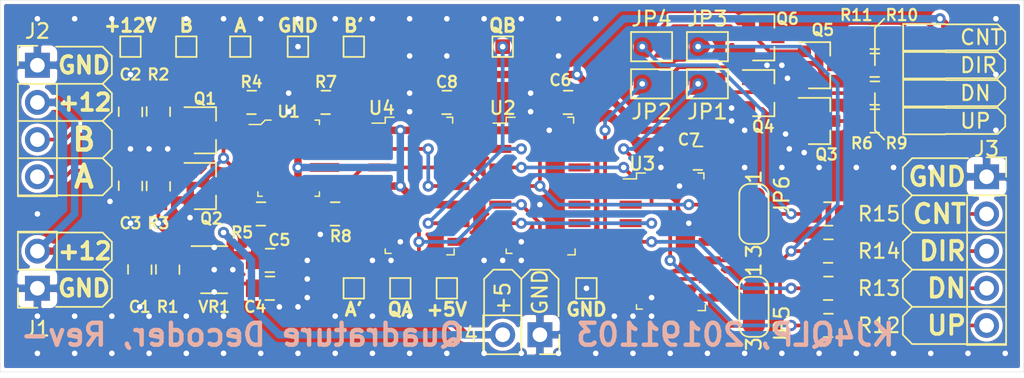
<source format=kicad_pcb>
(kicad_pcb (version 20171130) (host pcbnew 5.1.4-e60b266~84~ubuntu16.04.1)
  (title_block (title "Quadrature Decoder") (date 2019-11-01) (rev -) (company "VT Ground Station") (comment 2 creativecommons.org/licenses/by/4.0/) (comment 3 "License: CC BY 4.0") (comment 4 "Author: Zach Leffke, KJ4QLP"))
  (layers (0 F.Cu signal) (31 B.Cu signal) (34 B.Paste user) (35 F.Paste user) (36 B.SilkS user) (37 F.SilkS user) (38 B.Mask user) (39 F.Mask user) (44 Edge.Cuts user))
  (net 0 "")
  (net 1 GND)
  (net 2 /B)
  (net 3 /A)
  (net 4 +12V)
  (net 5 +5V)
  (net 6 "Net-(Q1-Pad3)")
  (net 7 "Net-(Q2-Pad3)")
  (net 8 "Net-(R4-Pad1)")
  (net 9 "/UP(CW)")
  (net 10 "/DN(CCW)")
  (net 11 /DIR)
  (net 12 /COUNT)
  (net 13 "Net-(U4-Pad6)")
  (net 14 "Net-(C4-Pad1)")
  (net 15 "Net-(R1-Pad2)")
  (net 16 "Net-(R5-Pad1)")
  (net 17 "Net-(R7-Pad2)")
  (net 18 "Net-(U2-Pad3)")
  (net 19 "Net-(U2-Pad6)")
  (net 20 "Net-(U4-Pad8)")
  (net 21 "Net-(JP1-Pad2)")
  (net 22 "Net-(JP2-Pad2)")
  (net 23 /dir)
  (net 24 /cnt)
  (net 25 "Net-(Q3-Pad3)")
  (net 26 /up)
  (net 27 /dn)
  (net 28 "Net-(D1-Pad1)")
  (net 29 "Net-(D2-Pad1)")
  (net 30 "Net-(D3-Pad1)")
  (net 31 "Net-(D4-Pad1)")
  (net 32 "Net-(JP3-Pad2)")
  (net 33 "Net-(JP4-Pad2)")
  (net 34 "Net-(JP5-Pad3)")
  (net 35 "Net-(JP5-Pad1)")
  (net 36 "Net-(JP6-Pad3)")
  (net 37 "Net-(JP6-Pad1)")
  (net 38 "Net-(R8-Pad2)")
  (net 39 "Net-(Q4-Pad3)")
  (net 40 "Net-(Q5-Pad3)")
  (net 41 "Net-(Q6-Pad3)")
  (net 42 "Net-(TP9-Pad1)")
  (net 43 "Net-(TP10-Pad1)")
  (module TestPoint:TestPoint_Pad_1.0x1.0mm (layer F.Cu) (at 128.905 83.185 180)
    (fp_text reference GND (at 0 -1.448) (layer F.SilkS) (effects (font (size 0.889 0.889) (thickness 0.2032))))
    (fp_text value TestPoint)
    (pad 1 smd rect (at 0 0 180) (size 1 1) (layers F.Cu F.Mask) (net 1 GND))
  )
  (module TestPoint:TestPoint_Pad_1.0x1.0mm (layer F.Cu) (at 119.38 83.185 180)
    (fp_text reference +5V (at 0 -1.448) (layer F.SilkS) (effects (font (size 0.889 0.889) (thickness 0.2032))))
    (fp_text value TestPoint)
    (pad 1 smd rect (at 0 0 180) (size 1 1) (layers F.Cu F.Mask) (net 5 +5V))
  )
  (module TestPoint:TestPoint_Pad_1.0x1.0mm (layer F.Cu) (at 109.22 66.675)
    (fp_text reference GND (at 0 -1.448) (layer F.SilkS) (effects (font (size 0.889 0.889) (thickness 0.2032))))
    (fp_text value TestPoint)
    (pad 1 smd rect (at 0 0) (size 1 1) (layers F.Cu F.Mask) (net 1 GND))
  )
  (module TestPoint:TestPoint_Pad_1.0x1.0mm (layer F.Cu) (at 97.79 66.675)
    (fp_text reference +12V (at 0 -1.448) (layer F.SilkS) (effects (font (size 0.889 0.889) (thickness 0.2032))))
    (fp_text value TestPoint)
    (pad 1 smd rect (at 0 0) (size 1 1) (layers F.Cu F.Mask) (net 4 +12V))
  )
  (module TestPoint:TestPoint_Pad_1.0x1.0mm (layer F.Cu) (at 116.205 83.185 180)
    (fp_text reference QA (at 0 -1.448) (layer F.SilkS) (effects (font (size 0.889 0.889) (thickness 0.2032))))
    (fp_text value TestPoint)
    (pad 1 smd rect (at 0 0 180) (size 1 1) (layers F.Cu F.Mask) (net 43 "Net-(TP10-Pad1)"))
  )
  (module TestPoint:TestPoint_Pad_1.0x1.0mm (layer F.Cu) (at 123.19 66.675)
    (fp_text reference QB (at 0 -1.448) (layer F.SilkS) (effects (font (size 0.889 0.889) (thickness 0.2032))))
    (fp_text value TestPoint)
    (pad 1 smd rect (at 0 0) (size 1 1) (layers F.Cu F.Mask) (net 42 "Net-(TP9-Pad1)"))
  )
  (module digikey-footprints:SOIC-14_W3.9mm (layer F.Cu) (at 134.62 80.01 270)
    (fp_text reference U3 (at -5.334 1.905 180) (layer F.SilkS) (effects (font (size 0.889 0.889) (thickness 0.1524))))
    (fp_text value 74AHC04)
    (pad 1 smd rect (at -3.81 2.7 270) (size 0.55 1.5) (layers F.Cu F.Paste F.Mask) (net 18 "Net-(U2-Pad3)"))
    (pad 2 smd rect (at -2.54 2.7 270) (size 0.55 1.5) (layers F.Cu F.Paste F.Mask) (net 26 /up))
    (pad 3 smd rect (at -1.27 2.7 270) (size 0.55 1.5) (layers F.Cu F.Paste F.Mask) (net 19 "Net-(U2-Pad6)"))
    (pad 4 smd rect (at 0 2.7 270) (size 0.55 1.5) (layers F.Cu F.Paste F.Mask) (net 27 /dn))
    (pad 5 smd rect (at 1.27 2.7 270) (size 0.55 1.5) (layers F.Cu F.Paste F.Mask) (net 43 "Net-(TP10-Pad1)"))
    (pad 6 smd rect (at 2.54 2.7 270) (size 0.55 1.5) (layers F.Cu F.Paste F.Mask) (net 35 "Net-(JP5-Pad1)"))
    (pad 7 smd rect (at 3.81 2.7 270) (size 0.55 1.5) (layers F.Cu F.Paste F.Mask) (net 1 GND))
    (pad 8 smd rect (at 3.81 -2.7 270) (size 0.55 1.5) (layers F.Cu F.Paste F.Mask) (net 34 "Net-(JP5-Pad3)"))
    (pad 9 smd rect (at 2.54 -2.7 270) (size 0.55 1.5) (layers F.Cu F.Paste F.Mask) (net 35 "Net-(JP5-Pad1)"))
    (pad 10 smd rect (at 1.27 -2.7 270) (size 0.55 1.5) (layers F.Cu F.Paste F.Mask) (net 36 "Net-(JP6-Pad3)"))
    (pad 11 smd rect (at 0 -2.7 270) (size 0.55 1.5) (layers F.Cu F.Paste F.Mask) (net 37 "Net-(JP6-Pad1)"))
    (pad 12 smd rect (at -1.27 -2.7 270) (size 0.55 1.5) (layers F.Cu F.Paste F.Mask) (net 37 "Net-(JP6-Pad1)"))
    (pad 13 smd rect (at -2.54 -2.7 270) (size 0.55 1.5) (layers F.Cu F.Paste F.Mask) (net 38 "Net-(R8-Pad2)"))
    (pad 14 smd rect (at -3.81 -2.7 270) (size 0.55 1.5) (layers F.Cu F.Paste F.Mask) (net 5 +5V))
  )
  (module Jumper:SolderJumper-2_P1.3mm_Open_TrianglePad1.0x1.5mm (layer F.Cu) (at 137.16 66.675)
    (fp_text reference JP3 (at 0 -1.905) (layer F.SilkS) (effects (font (size 1.016 1.016) (thickness 0.1524))))
    (fp_text value SJB)
    (pad 1 smd custom (at -0.725 0) (size 0.3 0.3) (layers F.Cu F.Mask) (net 23 /dir) (options (clearance outline) (anchor rect)) (primitives (gr_poly (pts (xy -0.5 -0.75) (xy 0.5 -0.75) (xy 1 0) (xy 0.5 0.75) (xy -0.5 0.75)) (width 0))))
    (pad 2 smd custom (at 0.725 0) (size 0.3 0.3) (layers F.Cu F.Mask) (net 32 "Net-(JP3-Pad2)") (options (clearance outline) (anchor rect)) (primitives (gr_poly (pts (xy -0.65 -0.75) (xy 0.5 -0.75) (xy 0.5 0.75) (xy -0.65 0.75) (xy -0.15 0)) (width 0))))
  )
  (module digikey-footprints:SOIC-8_W3.9mm (layer F.Cu) (at 108.585 74.295 270)
    (fp_text reference U1 (at -3.175 0 180) (layer F.SilkS) (effects (font (size 0.762 0.762) (thickness 0.1524))))
    (fp_text value ILD207T)
    (pad 3 smd rect (at 0.635 2.45 270) (size 0.6 2) (layers F.Cu F.Paste F.Mask) (net 4 +12V))
    (pad 8 smd rect (at -1.905 -2.45 270) (size 0.6 2) (layers F.Cu F.Paste F.Mask) (net 5 +5V))
    (pad 7 smd rect (at -0.635 -2.45 270) (size 0.6 2) (layers F.Cu F.Paste F.Mask) (net 17 "Net-(R7-Pad2)"))
    (pad 6 smd rect (at 0.635 -2.45 270) (size 0.6 2) (layers F.Cu F.Paste F.Mask) (net 5 +5V))
    (pad 5 smd rect (at 1.905 -2.45 270) (size 0.6 2) (layers F.Cu F.Paste F.Mask) (net 38 "Net-(R8-Pad2)"))
    (pad 4 smd rect (at 1.905 2.45 270) (size 0.6 2) (layers F.Cu F.Paste F.Mask) (net 16 "Net-(R5-Pad1)"))
    (pad 2 smd rect (at -0.635 2.45 270) (size 0.6 2) (layers F.Cu F.Paste F.Mask) (net 8 "Net-(R4-Pad1)"))
    (pad 1 smd rect (at -1.905 2.45 270) (size 0.6 2) (layers F.Cu F.Paste F.Mask) (net 4 +12V))
  )
  (module Jumper:SolderJumper-3_P1.3mm_Open_RoundedPad1.0x1.5mm_NumberLabels (layer F.Cu) (at 140.335 78.105 270)
    (fp_text reference JP6 (at -1.27 -1.905 90) (layer F.SilkS))
    (fp_text value SJB)
    (fp_text user 1 (at -2.54 0 90) (layer F.SilkS))
    (fp_text user 3 (at 2.54 0 90) (layer F.SilkS))
    (pad 2 smd rect (at 0 0 270) (size 1 1.5) (layers F.Cu F.Mask) (net 24 /cnt))
    (pad 3 smd custom (at 1.3 0 270) (size 1 0.5) (layers F.Cu F.Mask) (net 36 "Net-(JP6-Pad3)") (options (clearance outline) (anchor rect)) (primitives (gr_circle (center 0 0.25) (end 0.5 0.25) (width 0)) (gr_circle (center 0 -0.25) (end 0.5 -0.25) (width 0)) (gr_poly (pts (xy -0.55 -0.75) (xy 0 -0.75) (xy 0 0.75) (xy -0.55 0.75)) (width 0))))
    (pad 1 smd custom (at -1.3 0 270) (size 1 0.5) (layers F.Cu F.Mask) (net 37 "Net-(JP6-Pad1)") (options (clearance outline) (anchor rect)) (primitives (gr_circle (center 0 0.25) (end 0.5 0.25) (width 0)) (gr_circle (center 0 -0.25) (end 0.5 -0.25) (width 0)) (gr_poly (pts (xy 0.55 -0.75) (xy 0 -0.75) (xy 0 0.75) (xy 0.55 0.75)) (width 0))))
  )
  (module Jumper:SolderJumper-3_P1.3mm_Open_RoundedPad1.0x1.5mm_NumberLabels (layer F.Cu) (at 140.335 84.455 270)
    (fp_text reference JP5 (at 1.27 -1.905 270) (layer F.SilkS))
    (fp_text value SJB)
    (fp_text user 1 (at -2.54 0 270) (layer F.SilkS))
    (fp_text user 3 (at 2.54 0 270) (layer F.SilkS))
    (pad 2 smd rect (at 0 0 270) (size 1 1.5) (layers F.Cu F.Mask) (net 23 /dir))
    (pad 3 smd custom (at 1.3 0 270) (size 1 0.5) (layers F.Cu F.Mask) (net 34 "Net-(JP5-Pad3)") (options (clearance outline) (anchor rect)) (primitives (gr_circle (center 0 0.25) (end 0.5 0.25) (width 0)) (gr_circle (center 0 -0.25) (end 0.5 -0.25) (width 0)) (gr_poly (pts (xy -0.55 -0.75) (xy 0 -0.75) (xy 0 0.75) (xy -0.55 0.75)) (width 0))))
    (pad 1 smd custom (at -1.3 0 270) (size 1 0.5) (layers F.Cu F.Mask) (net 35 "Net-(JP5-Pad1)") (options (clearance outline) (anchor rect)) (primitives (gr_circle (center 0 0.25) (end 0.5 0.25) (width 0)) (gr_circle (center 0 -0.25) (end 0.5 -0.25) (width 0)) (gr_poly (pts (xy 0.55 -0.75) (xy 0 -0.75) (xy 0 0.75) (xy 0.55 0.75)) (width 0))))
  )
  (module Jumper:SolderJumper-2_P1.3mm_Open_TrianglePad1.0x1.5mm (layer F.Cu) (at 133.35 66.675)
    (fp_text reference JP4 (at 0 -1.905) (layer F.SilkS) (effects (font (size 1.016 1.016) (thickness 0.1524))))
    (fp_text value SJB)
    (pad 1 smd custom (at -0.725 0) (size 0.3 0.3) (layers F.Cu F.Mask) (net 24 /cnt) (options (clearance outline) (anchor rect)) (primitives (gr_poly (pts (xy -0.5 -0.75) (xy 0.5 -0.75) (xy 1 0) (xy 0.5 0.75) (xy -0.5 0.75)) (width 0))))
    (pad 2 smd custom (at 0.725 0) (size 0.3 0.3) (layers F.Cu F.Mask) (net 33 "Net-(JP4-Pad2)") (options (clearance outline) (anchor rect)) (primitives (gr_poly (pts (xy -0.65 -0.75) (xy 0.5 -0.75) (xy 0.5 0.75) (xy -0.65 0.75) (xy -0.15 0)) (width 0))))
  )
  (module Jumper:SolderJumper-2_P1.3mm_Open_TrianglePad1.0x1.5mm (layer F.Cu) (at 133.35 69.215)
    (fp_text reference JP2 (at 0 1.905) (layer F.SilkS) (effects (font (size 1.016 1.016) (thickness 0.1524))))
    (fp_text value SJB)
    (pad 1 smd custom (at -0.725 0) (size 0.3 0.3) (layers F.Cu F.Mask) (net 27 /dn) (options (clearance outline) (anchor rect)) (primitives (gr_poly (pts (xy -0.5 -0.75) (xy 0.5 -0.75) (xy 1 0) (xy 0.5 0.75) (xy -0.5 0.75)) (width 0))))
    (pad 2 smd custom (at 0.725 0) (size 0.3 0.3) (layers F.Cu F.Mask) (net 22 "Net-(JP2-Pad2)") (options (clearance outline) (anchor rect)) (primitives (gr_poly (pts (xy -0.65 -0.75) (xy 0.5 -0.75) (xy 0.5 0.75) (xy -0.65 0.75) (xy -0.15 0)) (width 0))))
  )
  (module Jumper:SolderJumper-2_P1.3mm_Open_TrianglePad1.0x1.5mm (layer F.Cu) (at 137.16 69.215)
    (fp_text reference JP1 (at 0 1.905) (layer F.SilkS) (effects (font (size 1.016 1.016) (thickness 0.1524))))
    (fp_text value SJB)
    (pad 1 smd custom (at -0.725 0) (size 0.3 0.3) (layers F.Cu F.Mask) (net 26 /up) (options (clearance outline) (anchor rect)) (primitives (gr_poly (pts (xy -0.5 -0.75) (xy 0.5 -0.75) (xy 1 0) (xy 0.5 0.75) (xy -0.5 0.75)) (width 0))))
    (pad 2 smd custom (at 0.725 0) (size 0.3 0.3) (layers F.Cu F.Mask) (net 21 "Net-(JP1-Pad2)") (options (clearance outline) (anchor rect)) (primitives (gr_poly (pts (xy -0.65 -0.75) (xy 0.5 -0.75) (xy 0.5 0.75) (xy -0.65 0.75) (xy -0.15 0)) (width 0))))
  )
  (module digikey-footprints:0805 (layer F.Cu) (at 145.415 78.105)
    (fp_text reference R15 (at 1.905 0) (layer F.SilkS) (effects (justify left)))
    (fp_text value 1k)
    (pad 2 smd rect (at 1.05 0) (size 1.2 1.2) (layers F.Cu F.Paste F.Mask) (net 12 /COUNT))
    (pad 1 smd rect (at -1.05 0) (size 1.2 1.2) (layers F.Cu F.Paste F.Mask) (net 24 /cnt))
  )
  (module Connector_PinSocket_2.54mm:PinSocket_1x02_P2.54mm_Vertical (layer F.Cu) (at 125.73 86.36 270)
    (fp_text reference J4 (at 0 5.08 180) (layer F.SilkS))
    (fp_text value 5V_OUT)
    (pad 2 thru_hole oval (at 0 2.54 270) (size 1.7 1.7) (drill 1) (layers *.Cu *.Mask) (net 5 +5V))
    (pad 1 thru_hole rect (at 0 0 270) (size 1.7 1.7) (drill 1) (layers *.Cu *.Mask) (net 1 GND))
  )
  (module LED_SMD:LED_0805_2012Metric_Castellated (layer F.Cu) (at 152.4 71.755)
    (fp_text reference D1 hide)
    (fp_text value UP)
    (pad 2 smd roundrect (at 0.9625 0) (size 1.325 1.3) (layers F.Cu F.Paste F.Mask) (roundrect_rratio 0.192308) (net 5 +5V))
    (pad 1 smd roundrect (at -0.9625 0) (size 1.325 1.3) (layers F.Cu F.Paste F.Mask) (roundrect_rratio 0.192308) (net 28 "Net-(D1-Pad1)"))
  )
  (module LED_SMD:LED_0805_2012Metric_Castellated (layer F.Cu) (at 152.4 69.85)
    (fp_text reference D2 hide)
    (fp_text value DN)
    (pad 2 smd roundrect (at 0.9625 0) (size 1.325 1.3) (layers F.Cu F.Paste F.Mask) (roundrect_rratio 0.192308) (net 5 +5V))
    (pad 1 smd roundrect (at -0.9625 0) (size 1.325 1.3) (layers F.Cu F.Paste F.Mask) (roundrect_rratio 0.192308) (net 29 "Net-(D2-Pad1)"))
  )
  (module LED_SMD:LED_0805_2012Metric_Castellated (layer F.Cu) (at 152.4 67.945)
    (fp_text reference D3 hide)
    (fp_text value DIR)
    (pad 2 smd roundrect (at 0.9625 0) (size 1.325 1.3) (layers F.Cu F.Paste F.Mask) (roundrect_rratio 0.192308) (net 5 +5V))
    (pad 1 smd roundrect (at -0.9625 0) (size 1.325 1.3) (layers F.Cu F.Paste F.Mask) (roundrect_rratio 0.192308) (net 30 "Net-(D3-Pad1)"))
  )
  (module LED_SMD:LED_0805_2012Metric_Castellated (layer F.Cu) (at 152.4 66.04)
    (fp_text reference D4 hide)
    (fp_text value CNT)
    (pad 2 smd roundrect (at 0.9625 0) (size 1.325 1.3) (layers F.Cu F.Paste F.Mask) (roundrect_rratio 0.192308) (net 5 +5V))
    (pad 1 smd roundrect (at -0.9625 0) (size 1.325 1.3) (layers F.Cu F.Paste F.Mask) (roundrect_rratio 0.192308) (net 31 "Net-(D4-Pad1)"))
  )
  (module digikey-footprints:0805 (layer F.Cu) (at 148.59 66.04)
    (fp_text reference R11 (at -1.27 -1.524) (layer F.SilkS) (effects (font (size 0.762 0.762))))
    (fp_text value 220)
    (pad 1 smd rect (at -1.05 0) (size 1.2 1.2) (layers F.Cu F.Paste F.Mask) (net 41 "Net-(Q6-Pad3)"))
    (pad 2 smd rect (at 1.05 0) (size 1.2 1.2) (layers F.Cu F.Paste F.Mask) (net 31 "Net-(D4-Pad1)"))
  )
  (module digikey-footprints:0805 (layer F.Cu) (at 148.59 67.945)
    (fp_text reference R10 (at 0.635 -3.429) (layer F.SilkS) (effects (font (size 0.762 0.762)) (justify left)))
    (fp_text value 220)
    (pad 1 smd rect (at -1.05 0) (size 1.2 1.2) (layers F.Cu F.Paste F.Mask) (net 40 "Net-(Q5-Pad3)"))
    (pad 2 smd rect (at 1.05 0) (size 1.2 1.2) (layers F.Cu F.Paste F.Mask) (net 30 "Net-(D3-Pad1)"))
  )
  (module digikey-footprints:0805 (layer F.Cu) (at 148.59 69.85)
    (fp_text reference R9 (at 0.635 3.429) (layer F.SilkS) (effects (font (size 0.762 0.762)) (justify left)))
    (fp_text value 220)
    (pad 1 smd rect (at -1.05 0) (size 1.2 1.2) (layers F.Cu F.Paste F.Mask) (net 39 "Net-(Q4-Pad3)"))
    (pad 2 smd rect (at 1.05 0) (size 1.2 1.2) (layers F.Cu F.Paste F.Mask) (net 29 "Net-(D2-Pad1)"))
  )
  (module digikey-footprints:0805 (layer F.Cu) (at 148.59 71.755)
    (fp_text reference R6 (at -0.889 1.524) (layer F.SilkS) (effects (font (size 0.762 0.762))))
    (fp_text value 220)
    (pad 1 smd rect (at -1.05 0) (size 1.2 1.2) (layers F.Cu F.Paste F.Mask) (net 25 "Net-(Q3-Pad3)"))
    (pad 2 smd rect (at 1.05 0) (size 1.2 1.2) (layers F.Cu F.Paste F.Mask) (net 28 "Net-(D1-Pad1)"))
  )
  (module Package_TO_SOT_SMD:SOT-23 (layer F.Cu) (at 140.97 66.04)
    (fp_text reference Q6 (at 1.651 -1.27) (layer F.SilkS) (effects (font (size 0.762 0.762) (thickness 0.1524))))
    (fp_text value DMG3414U)
    (pad 3 smd rect (at 1 0) (size 0.9 0.8) (layers F.Cu F.Paste F.Mask) (net 41 "Net-(Q6-Pad3)"))
    (pad 2 smd rect (at -1 0.95) (size 0.9 0.8) (layers F.Cu F.Paste F.Mask) (net 1 GND))
    (pad 1 smd rect (at -1 -0.95) (size 0.9 0.8) (layers F.Cu F.Paste F.Mask) (net 33 "Net-(JP4-Pad2)"))
  )
  (module Package_TO_SOT_SMD:SOT-23 (layer F.Cu) (at 144.78 67.945)
    (fp_text reference Q5 (at 0.254 -2.413) (layer F.SilkS) (effects (font (size 0.762 0.762) (thickness 0.1524))))
    (fp_text value DMG3414U)
    (pad 3 smd rect (at 1 0) (size 0.9 0.8) (layers F.Cu F.Paste F.Mask) (net 40 "Net-(Q5-Pad3)"))
    (pad 2 smd rect (at -1 0.95) (size 0.9 0.8) (layers F.Cu F.Paste F.Mask) (net 1 GND))
    (pad 1 smd rect (at -1 -0.95) (size 0.9 0.8) (layers F.Cu F.Paste F.Mask) (net 32 "Net-(JP3-Pad2)"))
  )
  (module Package_TO_SOT_SMD:SOT-23 (layer F.Cu) (at 140.97 69.85)
    (fp_text reference Q4 (at 0 2.286) (layer F.SilkS) (effects (font (size 0.762 0.762) (thickness 0.1524))))
    (fp_text value DMG3414U)
    (pad 3 smd rect (at 1 0) (size 0.9 0.8) (layers F.Cu F.Paste F.Mask) (net 39 "Net-(Q4-Pad3)"))
    (pad 2 smd rect (at -1 0.95) (size 0.9 0.8) (layers F.Cu F.Paste F.Mask) (net 1 GND))
    (pad 1 smd rect (at -1 -0.95) (size 0.9 0.8) (layers F.Cu F.Paste F.Mask) (net 22 "Net-(JP2-Pad2)"))
  )
  (module Package_TO_SOT_SMD:SOT-23 (layer F.Cu) (at 144.78 71.755)
    (fp_text reference Q3 (at 0.508 2.286) (layer F.SilkS) (effects (font (size 0.762 0.762) (thickness 0.1524))))
    (fp_text value DMG3414U)
    (pad 3 smd rect (at 1 0) (size 0.9 0.8) (layers F.Cu F.Paste F.Mask) (net 25 "Net-(Q3-Pad3)"))
    (pad 2 smd rect (at -1 0.95) (size 0.9 0.8) (layers F.Cu F.Paste F.Mask) (net 1 GND))
    (pad 1 smd rect (at -1 -0.95) (size 0.9 0.8) (layers F.Cu F.Paste F.Mask) (net 21 "Net-(JP1-Pad2)"))
  )
  (module Connector_PinSocket_2.54mm:PinSocket_1x05_P2.54mm_Vertical (layer F.Cu) (at 156.21 75.565)
    (fp_text reference J3 (at 0 -1.905) (layer F.SilkS))
    (fp_text value Output)
    (pad 5 thru_hole oval (at 0 10.16) (size 1.7 1.7) (drill 1) (layers *.Cu *.Mask) (net 9 "/UP(CW)"))
    (pad 4 thru_hole oval (at 0 7.62) (size 1.7 1.7) (drill 1) (layers *.Cu *.Mask) (net 10 "/DN(CCW)"))
    (pad 3 thru_hole oval (at 0 5.08) (size 1.7 1.7) (drill 1) (layers *.Cu *.Mask) (net 11 /DIR))
    (pad 2 thru_hole oval (at 0 2.54) (size 1.7 1.7) (drill 1) (layers *.Cu *.Mask) (net 12 /COUNT))
    (pad 1 thru_hole rect (at 0 0) (size 1.7 1.7) (drill 1) (layers *.Cu *.Mask) (net 1 GND))
  )
  (module TestPoint:TestPoint_Pad_1.0x1.0mm (layer F.Cu) (at 105.285 66.675)
    (fp_text reference A (at 0 -1.448) (layer F.SilkS) (effects (font (size 0.889 0.889) (thickness 0.2032))))
    (fp_text value TestPoint)
    (pad 1 smd rect (at 0 0) (size 1 1) (layers F.Cu F.Mask) (net 3 /A))
  )
  (module TestPoint:TestPoint_Pad_1.0x1.0mm (layer F.Cu) (at 101.6 66.675)
    (fp_text reference B (at 0 -1.448) (layer F.SilkS) (effects (font (size 0.889 0.889) (thickness 0.2032))))
    (fp_text value TestPoint)
    (pad 1 smd rect (at 0 0) (size 1 1) (layers F.Cu F.Mask) (net 2 /B))
  )
  (module Connector_PinSocket_2.54mm:PinSocket_1x02_P2.54mm_Vertical (layer F.Cu) (at 91.44 83.185 180)
    (fp_text reference J1 (at 0 -2.77) (layer F.SilkS))
    (fp_text value Power)
    (pad 2 thru_hole oval (at 0 2.54 180) (size 1.7 1.7) (drill 1) (layers *.Cu *.Mask) (net 4 +12V))
    (pad 1 thru_hole rect (at 0 0 180) (size 1.7 1.7) (drill 1) (layers *.Cu *.Mask) (net 1 GND))
  )
  (module Connector_PinHeader_2.54mm:PinHeader_1x04_P2.54mm_Vertical (layer F.Cu) (at 91.44 67.945)
    (fp_text reference J2 (at 0 -2.33) (layer F.SilkS))
    (fp_text value Quad)
    (pad 4 thru_hole oval (at 0 7.62) (size 1.7 1.7) (drill 1) (layers *.Cu *.Mask) (net 3 /A))
    (pad 3 thru_hole oval (at 0 5.08) (size 1.7 1.7) (drill 1) (layers *.Cu *.Mask) (net 2 /B))
    (pad 2 thru_hole oval (at 0 2.54) (size 1.7 1.7) (drill 1) (layers *.Cu *.Mask) (net 4 +12V))
    (pad 1 thru_hole rect (at 0 0) (size 1.7 1.7) (drill 1) (layers *.Cu *.Mask) (net 1 GND))
  )
  (module Package_TO_SOT_SMD:SOT-23-5 (layer F.Cu) (at 103.505 81.915)
    (fp_text reference VR1 (at 0 2.54) (layer F.SilkS) (effects (font (size 0.762 0.762) (thickness 0.1524))))
    (fp_text value SPX3819M5-L-5-0)
    (pad 5 smd rect (at 1.1 -0.95) (size 1.06 0.65) (layers F.Cu F.Paste F.Mask) (net 5 +5V))
    (pad 4 smd rect (at 1.1 0.95) (size 1.06 0.65) (layers F.Cu F.Paste F.Mask) (net 14 "Net-(C4-Pad1)"))
    (pad 3 smd rect (at -1.1 0.95) (size 1.06 0.65) (layers F.Cu F.Paste F.Mask) (net 15 "Net-(R1-Pad2)"))
    (pad 2 smd rect (at -1.1 0) (size 1.06 0.65) (layers F.Cu F.Paste F.Mask) (net 1 GND))
    (pad 1 smd rect (at -1.1 -0.95) (size 1.06 0.65) (layers F.Cu F.Paste F.Mask) (net 4 +12V))
  )
  (module digikey-footprints:0805 (layer F.Cu) (at 100.33 81.915 270)
    (fp_text reference R1 (at 2.54 0 180) (layer F.SilkS) (effects (font (size 0.762 0.762) (thickness 0.1524))))
    (fp_text value 100k)
    (pad 1 smd rect (at -1.05 0 270) (size 1.2 1.2) (layers F.Cu F.Paste F.Mask) (net 4 +12V))
    (pad 2 smd rect (at 1.05 0 270) (size 1.2 1.2) (layers F.Cu F.Paste F.Mask) (net 15 "Net-(R1-Pad2)"))
  )
  (module digikey-footprints:0805 (layer F.Cu) (at 107.315 83.185)
    (fp_text reference C4 (at -1.016 1.27 180) (layer F.SilkS) (effects (font (size 0.762 0.762) (thickness 0.1524))))
    (fp_text value 1uF)
    (pad 1 smd rect (at -1.05 0) (size 1.2 1.2) (layers F.Cu F.Paste F.Mask) (net 14 "Net-(C4-Pad1)"))
    (pad 2 smd rect (at 1.05 0) (size 1.2 1.2) (layers F.Cu F.Paste F.Mask) (net 1 GND))
  )
  (module TestPoint:TestPoint_Pad_1.0x1.0mm (layer F.Cu) (at 113.03 66.675)
    (fp_text reference B' (at 0 -1.448) (layer F.SilkS) (effects (font (size 0.889 0.889) (thickness 0.2032))))
    (fp_text value TestPoint)
    (pad 1 smd rect (at 0 0) (size 1 1) (layers F.Cu F.Mask) (net 17 "Net-(R7-Pad2)"))
  )
  (module TestPoint:TestPoint_Pad_1.0x1.0mm (layer F.Cu) (at 113.03 83.185 180)
    (fp_text reference A' (at 0 -1.448) (layer F.SilkS) (effects (font (size 0.889 0.889) (thickness 0.2032))))
    (fp_text value TestPoint)
    (pad 1 smd rect (at 0 0 180) (size 1 1) (layers F.Cu F.Mask) (net 38 "Net-(R8-Pad2)"))
  )
  (module digikey-footprints:SOIC-14_W3.9mm (layer F.Cu) (at 117.475 76.2 270)
    (fp_text reference U4 (at -5.334 2.54) (layer F.SilkS) (effects (font (size 0.889 0.889) (thickness 0.1524))))
    (fp_text value 74HC74)
    (pad 14 smd rect (at -3.81 -2.7 270) (size 0.55 1.5) (layers F.Cu F.Paste F.Mask) (net 5 +5V))
    (pad 13 smd rect (at -2.54 -2.7 270) (size 0.55 1.5) (layers F.Cu F.Paste F.Mask) (net 5 +5V))
    (pad 12 smd rect (at -1.27 -2.7 270) (size 0.55 1.5) (layers F.Cu F.Paste F.Mask) (net 38 "Net-(R8-Pad2)"))
    (pad 11 smd rect (at 0 -2.7 270) (size 0.55 1.5) (layers F.Cu F.Paste F.Mask) (net 17 "Net-(R7-Pad2)"))
    (pad 10 smd rect (at 1.27 -2.7 270) (size 0.55 1.5) (layers F.Cu F.Paste F.Mask) (net 5 +5V))
    (pad 9 smd rect (at 2.54 -2.7 270) (size 0.55 1.5) (layers F.Cu F.Paste F.Mask) (net 42 "Net-(TP9-Pad1)"))
    (pad 8 smd rect (at 3.81 -2.7 270) (size 0.55 1.5) (layers F.Cu F.Paste F.Mask) (net 20 "Net-(U4-Pad8)"))
    (pad 7 smd rect (at 3.81 2.7 270) (size 0.55 1.5) (layers F.Cu F.Paste F.Mask) (net 1 GND))
    (pad 6 smd rect (at 2.54 2.7 270) (size 0.55 1.5) (layers F.Cu F.Paste F.Mask) (net 13 "Net-(U4-Pad6)"))
    (pad 5 smd rect (at 1.27 2.7 270) (size 0.55 1.5) (layers F.Cu F.Paste F.Mask) (net 43 "Net-(TP10-Pad1)"))
    (pad 4 smd rect (at 0 2.7 270) (size 0.55 1.5) (layers F.Cu F.Paste F.Mask) (net 5 +5V))
    (pad 3 smd rect (at -1.27 2.7 270) (size 0.55 1.5) (layers F.Cu F.Paste F.Mask) (net 38 "Net-(R8-Pad2)"))
    (pad 2 smd rect (at -2.54 2.7 270) (size 0.55 1.5) (layers F.Cu F.Paste F.Mask) (net 17 "Net-(R7-Pad2)"))
    (pad 1 smd rect (at -3.81 2.7 270) (size 0.55 1.5) (layers F.Cu F.Paste F.Mask) (net 5 +5V))
  )
  (module digikey-footprints:0805 (layer F.Cu) (at 98.425 81.915 270)
    (fp_text reference C1 (at 2.54 0) (layer F.SilkS) (effects (font (size 0.762 0.762) (thickness 0.1524))))
    (fp_text value 10uF)
    (pad 2 smd rect (at 1.05 0 270) (size 1.2 1.2) (layers F.Cu F.Paste F.Mask) (net 1 GND))
    (pad 1 smd rect (at -1.05 0 270) (size 1.2 1.2) (layers F.Cu F.Paste F.Mask) (net 4 +12V))
  )
  (module digikey-footprints:0805 (layer F.Cu) (at 97.79 71.12 90)
    (fp_text reference C2 (at 2.54 0 180) (layer F.SilkS) (effects (font (size 0.762 0.762) (thickness 0.1524))))
    (fp_text value 1uF)
    (pad 2 smd rect (at 1.05 0 90) (size 1.2 1.2) (layers F.Cu F.Paste F.Mask) (net 1 GND))
    (pad 1 smd rect (at -1.05 0 90) (size 1.2 1.2) (layers F.Cu F.Paste F.Mask) (net 2 /B))
  )
  (module digikey-footprints:0805 (layer F.Cu) (at 97.79 76.2 270)
    (fp_text reference C3 (at 2.54 0 180) (layer F.SilkS) (effects (font (size 0.762 0.762) (thickness 0.1524))))
    (fp_text value 1uF)
    (pad 1 smd rect (at -1.05 0 270) (size 1.2 1.2) (layers F.Cu F.Paste F.Mask) (net 3 /A))
    (pad 2 smd rect (at 1.05 0 270) (size 1.2 1.2) (layers F.Cu F.Paste F.Mask) (net 1 GND))
  )
  (module digikey-footprints:0805 (layer F.Cu) (at 107.315 81.28)
    (fp_text reference C5 (at 0.635 -1.397) (layer F.SilkS) (effects (font (size 0.762 0.762) (thickness 0.1524))))
    (fp_text value 1uF)
    (pad 2 smd rect (at 1.05 0) (size 1.2 1.2) (layers F.Cu F.Paste F.Mask) (net 1 GND))
    (pad 1 smd rect (at -1.05 0) (size 1.2 1.2) (layers F.Cu F.Paste F.Mask) (net 5 +5V))
  )
  (module digikey-footprints:0805 (layer F.Cu) (at 127.635 70.485 180)
    (fp_text reference C6 (at 0.508 1.524) (layer F.SilkS) (effects (font (size 0.762 0.762) (thickness 0.1524))))
    (fp_text value 1uF)
    (pad 1 smd rect (at -1.05 0 180) (size 1.2 1.2) (layers F.Cu F.Paste F.Mask) (net 5 +5V))
    (pad 2 smd rect (at 1.05 0 180) (size 1.2 1.2) (layers F.Cu F.Paste F.Mask) (net 1 GND))
  )
  (module digikey-footprints:0805 (layer F.Cu) (at 136.525 74.295)
    (fp_text reference C7 (at -0.635 -1.27) (layer F.SilkS) (effects (font (size 0.762 0.762) (thickness 0.1524))))
    (fp_text value 1uF)
    (pad 2 smd rect (at 1.05 0) (size 1.2 1.2) (layers F.Cu F.Paste F.Mask) (net 5 +5V))
    (pad 1 smd rect (at -1.05 0) (size 1.2 1.2) (layers F.Cu F.Paste F.Mask) (net 1 GND))
  )
  (module digikey-footprints:0805 (layer F.Cu) (at 119.38 70.485)
    (fp_text reference C8 (at 0 -1.397) (layer F.SilkS) (effects (font (size 0.762 0.762) (thickness 0.1524))))
    (fp_text value 1uF)
    (pad 1 smd rect (at -1.05 0) (size 1.2 1.2) (layers F.Cu F.Paste F.Mask) (net 1 GND))
    (pad 2 smd rect (at 1.05 0) (size 1.2 1.2) (layers F.Cu F.Paste F.Mask) (net 5 +5V))
  )
  (module Package_TO_SOT_SMD:SOT-23 (layer F.Cu) (at 102.87 72.39)
    (fp_text reference Q1 (at 0 -2.159) (layer F.SilkS) (effects (font (size 0.762 0.762) (thickness 0.1524))))
    (fp_text value DMG3414U)
    (pad 3 smd rect (at 1 0) (size 0.9 0.8) (layers F.Cu F.Paste F.Mask) (net 6 "Net-(Q1-Pad3)"))
    (pad 2 smd rect (at -1 0.95) (size 0.9 0.8) (layers F.Cu F.Paste F.Mask) (net 1 GND))
    (pad 1 smd rect (at -1 -0.95) (size 0.9 0.8) (layers F.Cu F.Paste F.Mask) (net 2 /B))
  )
  (module Package_TO_SOT_SMD:SOT-23 (layer F.Cu) (at 102.87 76.2)
    (fp_text reference Q2 (at 0.4445 2.2225) (layer F.SilkS) (effects (font (size 0.762 0.762) (thickness 0.1524))))
    (fp_text value DMG3414U)
    (pad 1 smd rect (at -1 -0.95) (size 0.9 0.8) (layers F.Cu F.Paste F.Mask) (net 3 /A))
    (pad 2 smd rect (at -1 0.95) (size 0.9 0.8) (layers F.Cu F.Paste F.Mask) (net 1 GND))
    (pad 3 smd rect (at 1 0) (size 0.9 0.8) (layers F.Cu F.Paste F.Mask) (net 7 "Net-(Q2-Pad3)"))
  )
  (module digikey-footprints:0805 (layer F.Cu) (at 99.695 71.12 270)
    (fp_text reference R2 (at -2.54 0 180) (layer F.SilkS) (effects (font (size 0.762 0.762) (thickness 0.1524))))
    (fp_text value 100k)
    (pad 1 smd rect (at -1.05 0 270) (size 1.2 1.2) (layers F.Cu F.Paste F.Mask) (net 4 +12V))
    (pad 2 smd rect (at 1.05 0 270) (size 1.2 1.2) (layers F.Cu F.Paste F.Mask) (net 2 /B))
  )
  (module digikey-footprints:0805 (layer F.Cu) (at 99.695 76.2 90)
    (fp_text reference R3 (at -2.54 0 180) (layer F.SilkS) (effects (font (size 0.762 0.762) (thickness 0.1524))))
    (fp_text value 100k)
    (pad 2 smd rect (at 1.05 0 90) (size 1.2 1.2) (layers F.Cu F.Paste F.Mask) (net 3 /A))
    (pad 1 smd rect (at -1.05 0 90) (size 1.2 1.2) (layers F.Cu F.Paste F.Mask) (net 4 +12V))
  )
  (module digikey-footprints:0805 (layer F.Cu) (at 106.045 70.485 180)
    (fp_text reference R4 (at 0 1.397) (layer F.SilkS) (effects (font (size 0.762 0.762) (thickness 0.1524))))
    (fp_text value 1k)
    (pad 1 smd rect (at -1.05 0 180) (size 1.2 1.2) (layers F.Cu F.Paste F.Mask) (net 8 "Net-(R4-Pad1)"))
    (pad 2 smd rect (at 1.05 0 180) (size 1.2 1.2) (layers F.Cu F.Paste F.Mask) (net 6 "Net-(Q1-Pad3)"))
  )
  (module digikey-footprints:0805 (layer F.Cu) (at 106.68 78.105 180)
    (fp_text reference R5 (at 1.27 -1.27) (layer F.SilkS) (effects (font (size 0.762 0.762) (thickness 0.1524))))
    (fp_text value 1k)
    (pad 1 smd rect (at -1.05 0 180) (size 1.2 1.2) (layers F.Cu F.Paste F.Mask) (net 16 "Net-(R5-Pad1)"))
    (pad 2 smd rect (at 1.05 0 180) (size 1.2 1.2) (layers F.Cu F.Paste F.Mask) (net 7 "Net-(Q2-Pad3)"))
  )
  (module digikey-footprints:0805 (layer F.Cu) (at 111.125 70.485)
    (fp_text reference R7 (at 0 -1.397) (layer F.SilkS) (effects (font (size 0.762 0.762) (thickness 0.1524))))
    (fp_text value 10k)
    (pad 2 smd rect (at 1.05 0) (size 1.2 1.2) (layers F.Cu F.Paste F.Mask) (net 17 "Net-(R7-Pad2)"))
    (pad 1 smd rect (at -1.05 0) (size 1.2 1.2) (layers F.Cu F.Paste F.Mask) (net 1 GND))
  )
  (module digikey-footprints:0805 (layer F.Cu) (at 111.76 78.105)
    (fp_text reference R8 (at 0.381 1.524) (layer F.SilkS) (effects (font (size 0.762 0.762) (thickness 0.1524))))
    (fp_text value 10k)
    (pad 2 smd rect (at 1.05 0) (size 1.2 1.2) (layers F.Cu F.Paste F.Mask) (net 38 "Net-(R8-Pad2)"))
    (pad 1 smd rect (at -1.05 0) (size 1.2 1.2) (layers F.Cu F.Paste F.Mask) (net 1 GND))
  )
  (module digikey-footprints:0805 (layer F.Cu) (at 145.415 85.725)
    (fp_text reference R12 (at 1.905 0) (layer F.SilkS) (effects (justify left)))
    (fp_text value 1k)
    (pad 1 smd rect (at -1.05 0) (size 1.2 1.2) (layers F.Cu F.Paste F.Mask) (net 26 /up))
    (pad 2 smd rect (at 1.05 0) (size 1.2 1.2) (layers F.Cu F.Paste F.Mask) (net 9 "/UP(CW)"))
  )
  (module digikey-footprints:0805 (layer F.Cu) (at 145.415 83.185)
    (fp_text reference R13 (at 1.905 0) (layer F.SilkS) (effects (justify left)))
    (fp_text value 1k)
    (pad 2 smd rect (at 1.05 0) (size 1.2 1.2) (layers F.Cu F.Paste F.Mask) (net 10 "/DN(CCW)"))
    (pad 1 smd rect (at -1.05 0) (size 1.2 1.2) (layers F.Cu F.Paste F.Mask) (net 27 /dn))
  )
  (module digikey-footprints:0805 (layer F.Cu) (at 145.415 80.645)
    (fp_text reference R14 (at 1.905 0) (layer F.SilkS) (effects (justify left)))
    (fp_text value 1k)
    (pad 1 smd rect (at -1.05 0) (size 1.2 1.2) (layers F.Cu F.Paste F.Mask) (net 23 /dir))
    (pad 2 smd rect (at 1.05 0) (size 1.2 1.2) (layers F.Cu F.Paste F.Mask) (net 11 /DIR))
  )
  (module digikey-footprints:SOIC-14_W3.9mm (layer F.Cu) (at 125.73 76.2 270)
    (fp_text reference U2 (at -5.334 2.54 180) (layer F.SilkS) (effects (font (size 0.889 0.889) (thickness 0.1524))))
    (fp_text value 74HC00)
    (pad 1 smd rect (at -3.81 2.7 270) (size 0.55 1.5) (layers F.Cu F.Paste F.Mask) (net 38 "Net-(R8-Pad2)"))
    (pad 2 smd rect (at -2.54 2.7 270) (size 0.55 1.5) (layers F.Cu F.Paste F.Mask) (net 42 "Net-(TP9-Pad1)"))
    (pad 3 smd rect (at -1.27 2.7 270) (size 0.55 1.5) (layers F.Cu F.Paste F.Mask) (net 18 "Net-(U2-Pad3)"))
    (pad 4 smd rect (at 0 2.7 270) (size 0.55 1.5) (layers F.Cu F.Paste F.Mask) (net 38 "Net-(R8-Pad2)"))
    (pad 5 smd rect (at 1.27 2.7 270) (size 0.55 1.5) (layers F.Cu F.Paste F.Mask) (net 43 "Net-(TP10-Pad1)"))
    (pad 6 smd rect (at 2.54 2.7 270) (size 0.55 1.5) (layers F.Cu F.Paste F.Mask) (net 19 "Net-(U2-Pad6)"))
    (pad 7 smd rect (at 3.81 2.7 270) (size 0.55 1.5) (layers F.Cu F.Paste F.Mask) (net 1 GND))
    (pad 8 smd rect (at 3.81 -2.7 270) (size 0.55 1.5) (layers F.Cu F.Paste F.Mask))
    (pad 9 smd rect (at 2.54 -2.7 270) (size 0.55 1.5) (layers F.Cu F.Paste F.Mask))
    (pad 10 smd rect (at 1.27 -2.7 270) (size 0.55 1.5) (layers F.Cu F.Paste F.Mask))
    (pad 11 smd rect (at 0 -2.7 270) (size 0.55 1.5) (layers F.Cu F.Paste F.Mask))
    (pad 12 smd rect (at -1.27 -2.7 270) (size 0.55 1.5) (layers F.Cu F.Paste F.Mask))
    (pad 13 smd rect (at -2.54 -2.7 270) (size 0.55 1.5) (layers F.Cu F.Paste F.Mask))
    (pad 14 smd rect (at -3.81 -2.7 270) (size 0.55 1.5) (layers F.Cu F.Paste F.Mask) (net 5 +5V))
  )
  (gr_line (start 157.48 71.374) (end 157.48 72.136) (layer F.SilkS) (width 0.12))
  (gr_line (start 156.972 70.866) (end 157.48 71.374) (layer F.SilkS) (width 0.12))
  (gr_line (start 156.972 72.644) (end 157.48 72.136) (layer F.SilkS) (width 0.12))
  (gr_line (start 153.416 72.644) (end 156.972 72.644) (layer F.SilkS) (width 0.12))
  (gr_line (start 153.416 70.866) (end 156.972 70.866) (layer F.SilkS) (width 0.12))
  (gr_line (start 157.48 70.231) (end 156.972 70.739) (layer F.SilkS) (width 0.12))
  (gr_line (start 157.48 69.469) (end 157.48 70.231) (layer F.SilkS) (width 0.12))
  (gr_line (start 156.972 68.961) (end 157.48 69.469) (layer F.SilkS) (width 0.12))
  (gr_line (start 153.416 68.961) (end 156.972 68.961) (layer F.SilkS) (width 0.12))
  (gr_line (start 156.972 68.834) (end 157.48 68.326) (layer F.SilkS) (width 0.12))
  (gr_line (start 157.48 67.564) (end 157.48 68.326) (layer F.SilkS) (width 0.12))
  (gr_line (start 156.972 67.056) (end 157.48 67.564) (layer F.SilkS) (width 0.12))
  (gr_line (start 157.48 66.421) (end 156.972 66.929) (layer F.SilkS) (width 0.12))
  (gr_line (start 157.48 65.659) (end 157.48 66.421) (layer F.SilkS) (width 0.12))
  (gr_line (start 156.972 65.151) (end 157.48 65.659) (layer F.SilkS) (width 0.12))
  (gr_line (start 153.416 70.739) (end 156.972 70.739) (layer F.SilkS) (width 0.12))
  (gr_line (start 153.416 68.834) (end 156.972 68.834) (layer F.SilkS) (width 0.12))
  (gr_line (start 153.416 67.056) (end 156.972 67.056) (layer F.SilkS) (width 0.12))
  (gr_line (start 153.416 66.929) (end 156.972 66.929) (layer F.SilkS) (width 0.12))
  (gr_line (start 153.416 65.151) (end 156.972 65.151) (layer F.SilkS) (width 0.12))
  (gr_text UP (at 154.305 71.755) (layer F.SilkS) (effects (font (size 1.016 1.016) (thickness 0.1524)) (justify left)))
  (gr_text DN (at 154.305 69.85) (layer F.SilkS) (effects (font (size 1.016 1.016) (thickness 0.1524)) (justify left)))
  (gr_text DIR (at 154.305 67.945) (layer F.SilkS) (effects (font (size 1.016 1.016) (thickness 0.1524)) (justify left)))
  (gr_text CNT (at 154.305 66.04) (layer F.SilkS) (effects (font (size 1.016 1.016) (thickness 0.1524)) (justify left)))
  (gr_line (start 124.46 82.55) (end 124.46 87.63) (layer F.SilkS) (width 0.12))
  (gr_line (start 121.92 82.55) (end 121.92 87.63) (layer F.SilkS) (width 0.12))
  (gr_line (start 122.555 81.915) (end 121.92 82.55) (layer F.SilkS) (width 0.12))
  (gr_line (start 123.825 81.915) (end 122.555 81.915) (layer F.SilkS) (width 0.12))
  (gr_line (start 124.46 82.55) (end 123.825 81.915) (layer F.SilkS) (width 0.12))
  (gr_line (start 125.095 81.915) (end 124.46 82.55) (layer F.SilkS) (width 0.12))
  (gr_line (start 126.365 81.915) (end 125.095 81.915) (layer F.SilkS) (width 0.12))
  (gr_line (start 127 82.55) (end 126.365 81.915) (layer F.SilkS) (width 0.12))
  (gr_line (start 127 85.09) (end 127 82.55) (layer F.SilkS) (width 0.12))
  (gr_text GND (at 125.73 85.09 90) (layer F.SilkS) (effects (font (size 1.016 1.016) (thickness 0.1524)) (justify left)))
  (gr_text +5 (at 123.19 85.09 90) (layer F.SilkS) (effects (font (size 1.016 1.016) (thickness 0.1524)) (justify left)))
  (gr_line (start 148.59 72.39) (end 149.225 73.025) (layer F.SilkS) (width 0.12))
  (gr_line (start 148.59 69.85) (end 148.59 72.39) (layer F.SilkS) (width 0.12))
  (gr_text DIR (at 154.94 80.645) (layer F.SilkS) (effects (font (size 1.27 1.27) (thickness 0.254)) (justify right)))
  (gr_text DN (at 154.94 83.185) (layer F.SilkS) (effects (font (size 1.27 1.27) (thickness 0.254)) (justify right)))
  (gr_line (start 150.495 86.36) (end 151.13 86.995) (layer F.SilkS) (width 0.12))
  (gr_line (start 150.495 85.09) (end 150.495 86.36) (layer F.SilkS) (width 0.12))
  (gr_line (start 151.13 84.455) (end 150.495 85.09) (layer F.SilkS) (width 0.12))
  (gr_line (start 150.495 83.82) (end 151.13 84.455) (layer F.SilkS) (width 0.12))
  (gr_line (start 150.495 82.55) (end 150.495 83.82) (layer F.SilkS) (width 0.12))
  (gr_line (start 151.13 81.915) (end 150.495 82.55) (layer F.SilkS) (width 0.12))
  (gr_line (start 150.495 81.28) (end 151.13 81.915) (layer F.SilkS) (width 0.12))
  (gr_line (start 150.495 80.01) (end 150.495 81.28) (layer F.SilkS) (width 0.12))
  (gr_line (start 151.13 79.375) (end 150.495 80.01) (layer F.SilkS) (width 0.12))
  (gr_line (start 150.495 78.74) (end 151.13 79.375) (layer F.SilkS) (width 0.12))
  (gr_line (start 150.495 77.47) (end 150.495 78.74) (layer F.SilkS) (width 0.12))
  (gr_line (start 151.13 76.835) (end 150.495 77.47) (layer F.SilkS) (width 0.12))
  (gr_line (start 151.13 74.295) (end 154.94 74.295) (layer F.SilkS) (width 0.12))
  (gr_line (start 95.885 76.835) (end 90.17 76.835) (layer F.SilkS) (width 0.12))
  (gr_line (start 95.885 74.295) (end 90.17 74.295) (layer F.SilkS) (width 0.12))
  (gr_line (start 95.885 71.755) (end 90.17 71.755) (layer F.SilkS) (width 0.12))
  (gr_line (start 95.885 69.215) (end 90.17 69.215) (layer F.SilkS) (width 0.12))
  (gr_line (start 95.885 66.675) (end 92.71 66.675) (layer F.SilkS) (width 0.12))
  (gr_line (start 96.52 67.31) (end 95.885 66.675) (layer F.SilkS) (width 0.12))
  (gr_line (start 96.52 68.58) (end 96.52 67.31) (layer F.SilkS) (width 0.12))
  (gr_line (start 95.885 69.215) (end 96.52 68.58) (layer F.SilkS) (width 0.12))
  (gr_line (start 96.52 69.85) (end 95.885 69.215) (layer F.SilkS) (width 0.12))
  (gr_line (start 96.52 71.12) (end 96.52 69.85) (layer F.SilkS) (width 0.12))
  (gr_line (start 95.885 71.755) (end 96.52 71.12) (layer F.SilkS) (width 0.12))
  (gr_line (start 96.52 72.39) (end 95.885 71.755) (layer F.SilkS) (width 0.12))
  (gr_line (start 96.52 73.66) (end 96.52 72.39) (layer F.SilkS) (width 0.12))
  (gr_line (start 95.885 74.295) (end 96.52 73.66) (layer F.SilkS) (width 0.12))
  (gr_line (start 96.52 74.93) (end 95.885 74.295) (layer F.SilkS) (width 0.12))
  (gr_line (start 96.52 76.2) (end 96.52 74.93) (layer F.SilkS) (width 0.12))
  (gr_line (start 95.885 76.835) (end 96.52 76.2) (layer F.SilkS) (width 0.12))
  (gr_line (start 95.885 81.915) (end 90.17 81.915) (layer F.SilkS) (width 0.12))
  (gr_line (start 95.885 79.375) (end 90.17 79.375) (layer F.SilkS) (width 0.12))
  (gr_line (start 96.52 80.01) (end 95.885 79.375) (layer F.SilkS) (width 0.12))
  (gr_line (start 96.52 81.28) (end 96.52 80.01) (layer F.SilkS) (width 0.12))
  (gr_line (start 95.885 81.915) (end 96.52 81.28) (layer F.SilkS) (width 0.12))
  (gr_line (start 96.52 82.55) (end 95.885 81.915) (layer F.SilkS) (width 0.12))
  (gr_line (start 96.52 83.82) (end 96.52 82.55) (layer F.SilkS) (width 0.12))
  (gr_line (start 95.885 84.455) (end 96.52 83.82) (layer F.SilkS) (width 0.12))
  (gr_line (start 92.71 84.455) (end 95.885 84.455) (layer F.SilkS) (width 0.12))
  (gr_line (start 148.59 65.405) (end 148.59 67.945) (layer F.SilkS) (width 0.12))
  (gr_line (start 149.225 64.77) (end 148.59 65.405) (layer F.SilkS) (width 0.12))
  (gr_line (start 150.495 74.93) (end 151.13 74.295) (layer F.SilkS) (width 0.12))
  (gr_line (start 150.495 76.2) (end 150.495 74.93) (layer F.SilkS) (width 0.12))
  (gr_line (start 151.13 76.835) (end 150.495 76.2) (layer F.SilkS) (width 0.12))
  (gr_text GND (at 154.94 75.565) (layer F.SilkS) (effects (font (size 1.27 1.27) (thickness 0.254)) (justify right)))
  (gr_line (start 151.13 84.455) (end 157.48 84.455) (layer F.SilkS) (width 0.12))
  (gr_line (start 151.13 86.995) (end 157.48 86.995) (layer F.SilkS) (width 0.12))
  (gr_line (start 157.48 81.915) (end 151.13 81.915) (layer F.SilkS) (width 0.12))
  (gr_line (start 151.765 81.915) (end 156.845 81.915) (layer F.SilkS) (width 0.12))
  (gr_line (start 157.48 79.375) (end 151.13 79.375) (layer F.SilkS) (width 0.12))
  (gr_line (start 151.765 79.375) (end 156.845 79.375) (layer F.SilkS) (width 0.12))
  (gr_line (start 157.48 76.835) (end 151.13 76.835) (layer F.SilkS) (width 0.12))
  (gr_text "KJ4QLP, 20191103" (at 139.065 86.36) (layer B.SilkS) (effects (font (size 1.5 1.5) (thickness 0.3)) (justify mirror)))
  (gr_text CNT (at 154.94 78.105) (layer F.SilkS) (effects (font (size 1.27 1.27) (thickness 0.254)) (justify right)))
  (gr_text "Quadrature Decoder, Rev-" (at 105.41 86.36) (layer B.SilkS) (effects (font (size 1.5 1.5) (thickness 0.3)) (justify mirror)))
  (gr_text GND (at 92.71 67.945) (layer F.SilkS) (effects (font (size 1.143 1.143) (thickness 0.254)) (justify left)))
  (gr_text +12 (at 92.71 70.485) (layer F.SilkS) (effects (font (size 1.143 1.143) (thickness 0.254)) (justify left)))
  (gr_text GND (at 92.71 83.185) (layer F.SilkS) (effects (font (size 1.143 1.143) (thickness 0.254)) (justify left)))
  (gr_text +12 (at 92.71 80.645) (layer F.SilkS) (effects (font (size 1.143 1.143) (thickness 0.254)) (justify left)))
  (gr_text A (at 94.615 75.565) (layer F.SilkS) (effects (font (size 1.5 1.5) (thickness 0.3))))
  (gr_text B (at 94.615 73.025) (layer F.SilkS) (effects (font (size 1.5 1.5) (thickness 0.3))))
  (gr_text UP (at 154.94 85.725) (layer F.SilkS) (effects (font (size 1.27 1.27) (thickness 0.254)) (justify right)))
  (gr_line (start 88.9 63.5) (end 158.75 63.5) (layer Edge.Cuts) (width 0.0254))
  (gr_line (start 88.9 88.9) (end 88.9 63.5) (layer Edge.Cuts) (width 0.0254))
  (gr_line (start 158.75 88.9) (end 88.9 88.9) (layer Edge.Cuts) (width 0.0254))
  (gr_line (start 158.75 63.5) (end 158.75 88.9) (layer Edge.Cuts) (width 0.0254))
  (via (at 128.905 83.185) (size 0.762) (drill 0.381) (layers F.Cu B.Cu) (net 1))
  (via (at 109.22 66.675) (size 0.762) (drill 0.381) (layers F.Cu B.Cu) (net 1))
  (via (at 103.505 81.915) (size 0.6858) (drill 0.381) (layers F.Cu B.Cu) (net 1))
  (via (at 100.33 73.66) (size 0.762) (drill 0.381) (layers F.Cu B.Cu) (net 1))
  (via (at 101.854 78.359) (size 0.762) (drill 0.381) (layers F.Cu B.Cu) (net 1))
  (via (at 110.744 79.502) (size 0.762) (drill 0.381) (layers F.Cu B.Cu) (net 1))
  (via (at 109.855 82.55) (size 0.762) (drill 0.381) (layers F.Cu B.Cu) (net 1))
  (via (at 114.3 81.28) (size 0.762) (drill 0.381) (layers F.Cu B.Cu) (net 1))
  (via (at 116.205 80.01) (size 0.762) (drill 0.381) (layers F.Cu B.Cu) (net 1))
  (via (at 115.57 81.28) (size 0.762) (drill 0.381) (layers F.Cu B.Cu) (net 1))
  (via (at 124.46 80.01) (size 0.762) (drill 0.381) (layers F.Cu B.Cu) (net 1))
  (via (at 123.19 81.28) (size 0.762) (drill 0.381) (layers F.Cu B.Cu) (net 1))
  (via (at 121.92 81.28) (size 0.762) (drill 0.381) (layers F.Cu B.Cu) (net 1))
  (via (at 124.46 81.28) (size 0.762) (drill 0.381) (layers F.Cu B.Cu) (net 1))
  (via (at 133.35 83.82) (size 0.762) (drill 0.381) (layers F.Cu B.Cu) (net 1))
  (via (at 133.35 85.09) (size 0.762) (drill 0.381) (layers F.Cu B.Cu) (net 1))
  (via (at 132.08 85.09) (size 0.762) (drill 0.381) (layers F.Cu B.Cu) (net 1))
  (via (at 130.81 85.09) (size 0.762) (drill 0.381) (layers F.Cu B.Cu) (net 1))
  (via (at 125.095 71.12) (size 0.762) (drill 0.381) (layers F.Cu B.Cu) (net 1))
  (via (at 116.84 71.12) (size 0.762) (drill 0.381) (layers F.Cu B.Cu) (net 1))
  (via (at 116.84 69.85) (size 0.762) (drill 0.381) (layers F.Cu B.Cu) (net 1))
  (via (at 125.095 69.85) (size 0.762) (drill 0.381) (layers F.Cu B.Cu) (net 1))
  (via (at 133.985 74.93) (size 0.762) (drill 0.381) (layers F.Cu B.Cu) (net 1))
  (via (at 133.985 73.66) (size 0.762) (drill 0.381) (layers F.Cu B.Cu) (net 1))
  (via (at 104.775 81.915) (size 0.6858) (drill 0.381) (layers F.Cu B.Cu) (net 1))
  (via (at 108.585 69.85) (size 0.762) (drill 0.381) (layers F.Cu B.Cu) (net 1))
  (via (at 97.79 78.74) (size 0.762) (drill 0.381) (layers F.Cu B.Cu) (net 1))
  (via (at 103.505 80.391) (size 0.6858) (drill 0.381) (layers F.Cu B.Cu) (net 1))
  (via (at 103.505 83.439) (size 0.6858) (drill 0.381) (layers F.Cu B.Cu) (net 1))
  (via (at 109.855 81.28) (size 0.762) (drill 0.381) (layers F.Cu B.Cu) (net 1))
  (via (at 138.811 70.866) (size 0.762) (drill 0.381) (layers F.Cu B.Cu) (net 1))
  (via (at 142.621 68.834) (size 0.762) (drill 0.381) (layers F.Cu B.Cu) (net 1))
  (via (at 141.224 67.945) (size 0.762) (drill 0.381) (layers F.Cu B.Cu) (net 1))
  (via (at 125.73 77.47) (size 0.762) (drill 0.381) (layers F.Cu B.Cu) (net 1))
  (via (at 126.365 72.39) (size 0.762) (drill 0.381) (layers F.Cu B.Cu) (net 1))
  (via (at 135.255 76.2) (size 0.762) (drill 0.381) (layers F.Cu B.Cu) (net 1))
  (via (at 135.89 78.74) (size 0.762) (drill 0.381) (layers F.Cu B.Cu) (net 1))
  (via (at 142.748 73.66) (size 0.762) (drill 0.381) (layers F.Cu B.Cu) (net 1))
  (via (at 138.811 71.755) (size 0.762) (drill 0.381) (layers F.Cu B.Cu) (net 1))
  (via (at 142.494 72.644) (size 0.762) (drill 0.381) (layers F.Cu B.Cu) (net 1))
  (via (at 109.855 83.82) (size 0.762) (drill 0.381) (layers F.Cu B.Cu) (net 1))
  (via (at 109.22 84.455) (size 0.762) (drill 0.381) (layers F.Cu B.Cu) (net 1))
  (via (at 142.24 67.945) (size 0.762) (drill 0.381) (layers F.Cu B.Cu) (net 1))
  (via (at 143.764 73.914) (size 0.762) (drill 0.381) (layers F.Cu B.Cu) (net 1))
  (via (at 107.95 84.455) (size 0.762) (drill 0.381) (layers F.Cu B.Cu) (net 1))
  (via (at 97.79 68.58) (size 0.762) (drill 0.381) (layers F.Cu B.Cu) (net 1))
  (via (at 108.585 71.12) (size 0.762) (drill 0.381) (layers F.Cu B.Cu) (net 1))
  (via (at 99.06 73.66) (size 0.762) (drill 0.381) (layers F.Cu B.Cu) (net 1))
  (via (at 97.79 73.66) (size 0.762) (drill 0.381) (layers F.Cu B.Cu) (net 1))
  (via (at 96.393 77.25) (size 0.762) (drill 0.381) (layers F.Cu B.Cu) (net 1))
  (via (at 98.425 84.455) (size 0.762) (drill 0.381) (layers F.Cu B.Cu) (net 1))
  (via (at 157.48 87.63) (size 0.762) (drill 0.381) (layers F.Cu B.Cu) (net 1))
  (via (at 152.4 87.63) (size 0.762) (drill 0.381) (layers F.Cu B.Cu) (net 1))
  (via (at 147.32 87.63) (size 0.762) (drill 0.381) (layers F.Cu B.Cu) (net 1))
  (via (at 142.24 87.63) (size 0.762) (drill 0.381) (layers F.Cu B.Cu) (net 1))
  (via (at 137.16 87.63) (size 0.762) (drill 0.381) (layers F.Cu B.Cu) (net 1))
  (via (at 132.08 87.63) (size 0.762) (drill 0.381) (layers F.Cu B.Cu) (net 1))
  (via (at 127 87.63) (size 0.762) (drill 0.381) (layers F.Cu B.Cu) (net 1))
  (via (at 121.92 87.63) (size 0.762) (drill 0.381) (layers F.Cu B.Cu) (net 1))
  (via (at 116.84 87.63) (size 0.762) (drill 0.381) (layers F.Cu B.Cu) (net 1))
  (via (at 111.76 87.63) (size 0.762) (drill 0.381) (layers F.Cu B.Cu) (net 1))
  (via (at 106.68 87.63) (size 0.762) (drill 0.381) (layers F.Cu B.Cu) (net 1))
  (via (at 101.6 87.63) (size 0.762) (drill 0.381) (layers F.Cu B.Cu) (net 1))
  (via (at 96.52 87.63) (size 0.762) (drill 0.381) (layers F.Cu B.Cu) (net 1))
  (via (at 91.44 87.63) (size 0.762) (drill 0.381) (layers F.Cu B.Cu) (net 1))
  (via (at 91.44 64.77) (size 0.762) (drill 0.381) (layers F.Cu B.Cu) (net 1))
  (via (at 96.52 64.77) (size 0.762) (drill 0.381) (layers F.Cu B.Cu) (net 1))
  (via (at 101.6 64.77) (size 0.762) (drill 0.381) (layers F.Cu B.Cu) (net 1))
  (via (at 106.68 64.77) (size 0.762) (drill 0.381) (layers F.Cu B.Cu) (net 1))
  (via (at 111.76 64.77) (size 0.762) (drill 0.381) (layers F.Cu B.Cu) (net 1))
  (via (at 116.84 64.77) (size 0.762) (drill 0.381) (layers F.Cu B.Cu) (net 1))
  (via (at 121.92 64.77) (size 0.762) (drill 0.381) (layers F.Cu B.Cu) (net 1))
  (via (at 127 64.77) (size 0.762) (drill 0.381) (layers F.Cu B.Cu) (net 1))
  (via (at 152.4 74.93) (size 0.762) (drill 0.381) (layers F.Cu B.Cu) (net 1))
  (via (at 147.32 74.93) (size 0.762) (drill 0.381) (layers F.Cu B.Cu) (net 1))
  (via (at 142.24 74.93) (size 0.762) (drill 0.381) (layers F.Cu B.Cu) (net 1))
  (via (at 156.845 72.39) (size 0.762) (drill 0.381) (layers F.Cu B.Cu) (net 1))
  (via (at 156.845 68.58) (size 0.762) (drill 0.381) (layers F.Cu B.Cu) (net 1))
  (via (at 156.845 64.77) (size 0.762) (drill 0.381) (layers F.Cu B.Cu) (net 1))
  (via (at 91.44 78.105) (size 0.762) (drill 0.381) (layers F.Cu B.Cu) (net 1))
  (via (at 93.98 85.09) (size 0.762) (drill 0.381) (layers F.Cu B.Cu) (net 1))
  (via (at 99.06 85.09) (size 0.762) (drill 0.381) (layers F.Cu B.Cu) (net 1))
  (via (at 104.14 85.09) (size 0.762) (drill 0.381) (layers F.Cu B.Cu) (net 1))
  (via (at 116.84 67.31) (size 0.762) (drill 0.381) (layers F.Cu B.Cu) (net 1))
  (via (at 119.38 67.31) (size 0.762) (drill 0.381) (layers F.Cu B.Cu) (net 1))
  (via (at 119.38 64.77) (size 0.762) (drill 0.381) (layers F.Cu B.Cu) (net 1))
  (via (at 127 67.31) (size 0.762) (drill 0.381) (layers F.Cu B.Cu) (net 1))
  (via (at 124.46 64.77) (size 0.762) (drill 0.381) (layers F.Cu B.Cu) (net 1))
  (via (at 129.54 64.77) (size 0.762) (drill 0.381) (layers F.Cu B.Cu) (net 1))
  (via (at 114.3 64.77) (size 0.762) (drill 0.381) (layers F.Cu B.Cu) (net 1))
  (via (at 109.22 64.77) (size 0.762) (drill 0.381) (layers F.Cu B.Cu) (net 1))
  (via (at 104.14 64.77) (size 0.762) (drill 0.381) (layers F.Cu B.Cu) (net 1))
  (via (at 99.06 64.77) (size 0.762) (drill 0.381) (layers F.Cu B.Cu) (net 1))
  (via (at 93.98 64.77) (size 0.762) (drill 0.381) (layers F.Cu B.Cu) (net 1))
  (via (at 93.98 87.63) (size 0.762) (drill 0.381) (layers F.Cu B.Cu) (net 1))
  (via (at 99.06 87.63) (size 0.762) (drill 0.381) (layers F.Cu B.Cu) (net 1))
  (via (at 104.14 87.63) (size 0.762) (drill 0.381) (layers F.Cu B.Cu) (net 1))
  (via (at 109.22 87.63) (size 0.762) (drill 0.381) (layers F.Cu B.Cu) (net 1))
  (via (at 114.3 87.63) (size 0.762) (drill 0.381) (layers F.Cu B.Cu) (net 1))
  (via (at 119.38 87.63) (size 0.762) (drill 0.381) (layers F.Cu B.Cu) (net 1))
  (via (at 124.46 87.63) (size 0.762) (drill 0.381) (layers F.Cu B.Cu) (net 1))
  (via (at 129.54 87.63) (size 0.762) (drill 0.381) (layers F.Cu B.Cu) (net 1))
  (via (at 134.62 87.63) (size 0.762) (drill 0.381) (layers F.Cu B.Cu) (net 1))
  (via (at 139.7 87.63) (size 0.762) (drill 0.381) (layers F.Cu B.Cu) (net 1))
  (via (at 144.78 87.63) (size 0.762) (drill 0.381) (layers F.Cu B.Cu) (net 1))
  (via (at 149.86 87.63) (size 0.762) (drill 0.381) (layers F.Cu B.Cu) (net 1))
  (via (at 154.94 87.63) (size 0.762) (drill 0.381) (layers F.Cu B.Cu) (net 1))
  (via (at 149.86 74.93) (size 0.762) (drill 0.381) (layers F.Cu B.Cu) (net 1))
  (via (at 144.78 74.93) (size 0.762) (drill 0.381) (layers F.Cu B.Cu) (net 1))
  (via (at 139.7 74.93) (size 0.762) (drill 0.381) (layers F.Cu B.Cu) (net 1))
  (via (at 139.7 72.39) (size 0.762) (drill 0.381) (layers F.Cu B.Cu) (net 1))
  (via (at 91.44 85.09) (size 0.762) (drill 0.381) (layers F.Cu B.Cu) (net 1))
  (via (at 96.52 85.09) (size 0.762) (drill 0.381) (layers F.Cu B.Cu) (net 1))
  (via (at 101.6 85.09) (size 0.762) (drill 0.381) (layers F.Cu B.Cu) (net 1))
  (via (at 111.76 85.09) (size 0.762) (drill 0.381) (layers F.Cu B.Cu) (net 1))
  (via (at 114.3 85.09) (size 0.762) (drill 0.381) (layers F.Cu B.Cu) (net 1))
  (via (at 116.84 85.09) (size 0.762) (drill 0.381) (layers F.Cu B.Cu) (net 1))
  (segment (start 101.794 72.17) (end 101.87 72.094) (width 0.254) (layer F.Cu) (net 2))
  (segment (start 101.87 72.094) (end 101.87 71.44) (width 0.254) (layer F.Cu) (net 2))
  (segment (start 99.695 72.17) (end 101.794 72.17) (width 0.254) (layer F.Cu) (net 2))
  (segment (start 91.44 73.025) (end 93.345 73.025) (width 0.254) (layer F.Cu) (net 2))
  (segment (start 93.345 73.025) (end 94.2 72.17) (width 0.254) (layer F.Cu) (net 2))
  (segment (start 101.6 71.17) (end 101.87 71.44) (width 0.254) (layer F.Cu) (net 2))
  (segment (start 94.2 72.17) (end 97.79 72.17) (width 0.254) (layer F.Cu) (net 2))
  (segment (start 97.79 72.17) (end 99.695 72.17) (width 0.254) (layer F.Cu) (net 2))
  (segment (start 101.6 66.675) (end 101.6 71.12) (width 0.254) (layer F.Cu) (net 2))
  (segment (start 101.77 75.15) (end 101.87 75.25) (width 0.254) (layer F.Cu) (net 3))
  (segment (start 99.695 75.15) (end 101.77 75.15) (width 0.254) (layer F.Cu) (net 3))
  (segment (start 91.44 75.565) (end 93.345 75.565) (width 0.254) (layer F.Cu) (net 3))
  (segment (start 93.345 75.565) (end 93.76 75.15) (width 0.254) (layer F.Cu) (net 3))
  (segment (start 102.87 74.954) (end 102.574 75.25) (width 0.254) (layer F.Cu) (net 3))
  (segment (start 102.87 69.85) (end 102.87 74.954) (width 0.254) (layer F.Cu) (net 3))
  (segment (start 102.574 75.25) (end 101.87 75.25) (width 0.254) (layer F.Cu) (net 3))
  (segment (start 105.285 67.435) (end 102.87 69.85) (width 0.254) (layer F.Cu) (net 3))
  (segment (start 93.76 75.15) (end 97.79 75.15) (width 0.254) (layer F.Cu) (net 3))
  (segment (start 97.79 75.15) (end 99.695 75.15) (width 0.254) (layer F.Cu) (net 3))
  (segment (start 105.285 66.675) (end 105.285 67.435) (width 0.254) (layer F.Cu) (net 3))
  (segment (start 105.435 72.39) (end 104.14 73.685) (width 0.254) (layer F.Cu) (net 4))
  (segment (start 106.135 72.39) (end 105.435 72.39) (width 0.254) (layer F.Cu) (net 4))
  (segment (start 104.14 73.685) (end 104.14 74.295) (width 0.254) (layer F.Cu) (net 4))
  (segment (start 104.775 74.93) (end 106.135 74.93) (width 0.254) (layer F.Cu) (net 4))
  (segment (start 104.14 74.295) (end 104.14 74.295) (width 0.254) (layer F.Cu) (net 4))
  (segment (start 104.14 74.295) (end 104.775 74.93) (width 0.254) (layer F.Cu) (net 4))
  (via (at 104.14 74.295) (size 0.762) (drill 0.381) (layers F.Cu B.Cu) (net 4))
  (segment (start 104.14 74.295) (end 100.837999 77.597001) (width 0.254) (layer B.Cu) (net 4))
  (segment (start 100.837999 77.597001) (end 99.695 78.74) (width 0.254) (layer B.Cu) (net 4))
  (segment (start 99.695 78.74) (end 99.695 78.74) (width 0.254) (layer B.Cu) (net 4))
  (via (at 99.695 78.74) (size 0.762) (drill 0.381) (layers F.Cu B.Cu) (net 4))
  (segment (start 99.695 77.25) (end 99.695 78.74) (width 0.254) (layer F.Cu) (net 4))
  (segment (start 102.405 80.965) (end 100.43 80.965) (width 0.508) (layer F.Cu) (net 4))
  (segment (start 93.98 71.755) (end 92.71 70.485) (width 0.508) (layer B.Cu) (net 4))
  (segment (start 92.71 70.485) (end 91.44 70.485) (width 0.508) (layer B.Cu) (net 4))
  (segment (start 91.44 80.645) (end 93.98 78.105) (width 0.508) (layer B.Cu) (net 4))
  (segment (start 93.98 78.105) (end 93.98 71.755) (width 0.508) (layer B.Cu) (net 4))
  (segment (start 99.695 67.945) (end 99.695 70.07) (width 0.508) (layer F.Cu) (net 4))
  (segment (start 99.06 67.31) (end 99.695 67.945) (width 0.508) (layer F.Cu) (net 4))
  (segment (start 91.44 70.485) (end 92.71 70.485) (width 0.508) (layer F.Cu) (net 4))
  (segment (start 92.71 70.485) (end 95.885 67.31) (width 0.508) (layer F.Cu) (net 4))
  (segment (start 98.205 80.645) (end 98.425 80.865) (width 0.508) (layer F.Cu) (net 4))
  (segment (start 91.44 80.645) (end 98.205 80.645) (width 0.508) (layer F.Cu) (net 4))
  (segment (start 98.425 80.865) (end 100.33 80.865) (width 0.508) (layer F.Cu) (net 4))
  (segment (start 100.33 79.375) (end 99.695 78.74) (width 0.508) (layer F.Cu) (net 4))
  (segment (start 100.33 80.865) (end 100.33 79.375) (width 0.508) (layer F.Cu) (net 4))
  (segment (start 95.885 67.31) (end 97.79 67.31) (width 0.508) (layer F.Cu) (net 4))
  (segment (start 97.79 67.31) (end 99.06 67.31) (width 0.508) (layer F.Cu) (net 4))
  (segment (start 97.79 66.675) (end 97.79 67.31) (width 0.508) (layer F.Cu) (net 4))
  (segment (start 116.205 72.39) (end 116.205 72.39) (width 0.254) (layer F.Cu) (net 5))
  (via (at 116.205 72.39) (size 0.762) (drill 0.381) (layers F.Cu B.Cu) (net 5))
  (segment (start 116.205 76.2) (end 116.205 76.2) (width 0.254) (layer F.Cu) (net 5))
  (via (at 116.205 76.2) (size 0.762) (drill 0.381) (layers F.Cu B.Cu) (net 5))
  (segment (start 109.22 74.93) (end 109.22 74.93) (width 0.254) (layer F.Cu) (net 5))
  (via (at 109.22 74.93) (size 0.762) (drill 0.381) (layers F.Cu B.Cu) (net 5))
  (segment (start 128.43 72.39) (end 128.905 72.39) (width 0.254) (layer F.Cu) (net 5))
  (segment (start 109.22 74.93) (end 109.22 73.025) (width 0.508) (layer F.Cu) (net 5))
  (segment (start 109.22 73.025) (end 109.855 72.39) (width 0.508) (layer F.Cu) (net 5))
  (segment (start 109.855 72.39) (end 111.035 72.39) (width 0.508) (layer F.Cu) (net 5))
  (segment (start 109.22 74.93) (end 111.035 74.93) (width 0.508) (layer F.Cu) (net 5))
  (segment (start 109.22 74.93) (end 116.205 74.93) (width 0.508) (layer B.Cu) (net 5))
  (segment (start 116.205 74.93) (end 116.205 72.39) (width 0.508) (layer B.Cu) (net 5))
  (segment (start 116.205 74.93) (end 116.205 76.2) (width 0.508) (layer B.Cu) (net 5))
  (segment (start 114.775 76.2) (end 116.205 76.2) (width 0.508) (layer F.Cu) (net 5))
  (segment (start 116.205 76.2) (end 117.475 77.47) (width 0.508) (layer F.Cu) (net 5))
  (segment (start 117.475 77.47) (end 120.175 77.47) (width 0.508) (layer F.Cu) (net 5))
  (segment (start 114.775 72.39) (end 116.205 72.39) (width 0.508) (layer F.Cu) (net 5))
  (segment (start 116.205 72.39) (end 120.175 72.39) (width 0.508) (layer F.Cu) (net 5))
  (segment (start 120.175 72.39) (end 120.175 73.66) (width 0.508) (layer F.Cu) (net 5))
  (segment (start 120.43 69.377) (end 120.43 70.485) (width 0.508) (layer F.Cu) (net 5))
  (segment (start 121.227 68.58) (end 120.43 69.377) (width 0.508) (layer F.Cu) (net 5))
  (segment (start 128.43 70.74) (end 128.685 70.485) (width 0.508) (layer F.Cu) (net 5))
  (segment (start 128.43 72.39) (end 128.43 70.74) (width 0.508) (layer F.Cu) (net 5))
  (segment (start 120.175 70.74) (end 120.43 70.485) (width 0.508) (layer F.Cu) (net 5))
  (segment (start 120.175 72.39) (end 120.175 70.74) (width 0.508) (layer F.Cu) (net 5))
  (segment (start 153.3625 66.04) (end 153.3625 67.945) (width 0.508) (layer F.Cu) (net 5))
  (segment (start 153.3625 67.945) (end 153.3625 69.85) (width 0.508) (layer F.Cu) (net 5))
  (segment (start 153.3625 69.85) (end 153.3625 71.755) (width 0.508) (layer F.Cu) (net 5))
  (segment (start 137.32 74.55) (end 137.575 74.295) (width 0.508) (layer F.Cu) (net 5))
  (segment (start 137.32 76.2) (end 137.32 74.55) (width 0.508) (layer F.Cu) (net 5))
  (segment (start 121.227 68.58) (end 128.27 68.58) (width 0.508) (layer F.Cu) (net 5))
  (segment (start 128.685 68.995) (end 128.685 70.485) (width 0.508) (layer F.Cu) (net 5))
  (segment (start 128.27 68.58) (end 128.685 68.995) (width 0.508) (layer F.Cu) (net 5))
  (segment (start 128.27 68.58) (end 128.27 68.58) (width 0.508) (layer F.Cu) (net 5))
  (via (at 128.27 68.58) (size 0.762) (drill 0.381) (layers F.Cu B.Cu) (net 5))
  (segment (start 128.27 68.58) (end 128.27 67.945) (width 0.508) (layer B.Cu) (net 5))
  (segment (start 128.27 67.945) (end 131.445 64.77) (width 0.508) (layer B.Cu) (net 5))
  (segment (start 131.445 64.77) (end 153.035 64.77) (width 0.508) (layer B.Cu) (net 5))
  (segment (start 153.035 64.77) (end 153.035 64.77) (width 0.508) (layer B.Cu) (net 5))
  (via (at 153.035 64.77) (size 0.762) (drill 0.381) (layers F.Cu B.Cu) (net 5))
  (segment (start 153.3625 65.0975) (end 153.035 64.77) (width 0.508) (layer F.Cu) (net 5))
  (segment (start 153.3625 66.04) (end 153.3625 65.0975) (width 0.508) (layer F.Cu) (net 5))
  (segment (start 128.685 70.485) (end 130.81 70.485) (width 0.508) (layer F.Cu) (net 5))
  (segment (start 130.81 70.485) (end 132.715 72.39) (width 0.508) (layer F.Cu) (net 5))
  (segment (start 137.575 73.187) (end 137.575 74.295) (width 0.508) (layer F.Cu) (net 5))
  (segment (start 136.778 72.39) (end 137.575 73.187) (width 0.508) (layer F.Cu) (net 5))
  (segment (start 132.715 72.39) (end 136.778 72.39) (width 0.508) (layer F.Cu) (net 5))
  (segment (start 105.95 80.965) (end 106.265 81.28) (width 0.508) (layer F.Cu) (net 5))
  (segment (start 104.605 80.965) (end 105.95 80.965) (width 0.508) (layer F.Cu) (net 5))
  (segment (start 108.585 80.01) (end 109.22 79.375) (width 0.508) (layer F.Cu) (net 5))
  (segment (start 106.265 81.28) (end 106.265 80.172) (width 0.508) (layer F.Cu) (net 5))
  (segment (start 109.22 79.375) (end 109.22 74.93) (width 0.508) (layer F.Cu) (net 5))
  (segment (start 106.427 80.01) (end 108.585 80.01) (width 0.508) (layer F.Cu) (net 5))
  (segment (start 106.265 80.172) (end 106.427 80.01) (width 0.508) (layer F.Cu) (net 5))
  (segment (start 104.605 79.84) (end 104.14 79.375) (width 0.508) (layer F.Cu) (net 5))
  (segment (start 104.605 80.965) (end 104.605 79.84) (width 0.508) (layer F.Cu) (net 5))
  (segment (start 104.14 79.375) (end 104.14 79.375) (width 0.508) (layer F.Cu) (net 5))
  (via (at 104.14 79.375) (size 0.762) (drill 0.381) (layers F.Cu B.Cu) (net 5))
  (segment (start 106.045 81.28) (end 106.045 84.455) (width 0.508) (layer B.Cu) (net 5))
  (segment (start 104.14 79.375) (end 106.045 81.28) (width 0.508) (layer B.Cu) (net 5))
  (segment (start 107.95 86.36) (end 123.19 86.36) (width 0.508) (layer B.Cu) (net 5))
  (segment (start 106.045 84.455) (end 107.95 86.36) (width 0.508) (layer B.Cu) (net 5))
  (segment (start 121.92 86.36) (end 123.19 86.36) (width 0.508) (layer F.Cu) (net 5))
  (segment (start 120.65 86.36) (end 121.92 86.36) (width 0.508) (layer F.Cu) (net 5))
  (segment (start 119.38 83.185) (end 119.38 85.09) (width 0.508) (layer F.Cu) (net 5))
  (segment (start 119.38 85.09) (end 120.65 86.36) (width 0.508) (layer F.Cu) (net 5))
  (segment (start 103.87 72.39) (end 103.87 70.755) (width 0.254) (layer F.Cu) (net 6))
  (segment (start 103.87 70.755) (end 104.14 70.485) (width 0.254) (layer F.Cu) (net 6))
  (segment (start 104.995 70.485) (end 104.14 70.485) (width 0.254) (layer F.Cu) (net 6))
  (segment (start 103.87 76.2) (end 103.87 77.2) (width 0.254) (layer F.Cu) (net 7))
  (segment (start 104.775 78.105) (end 105.63 78.105) (width 0.254) (layer F.Cu) (net 7))
  (segment (start 103.87 77.2) (end 104.775 78.105) (width 0.254) (layer F.Cu) (net 7))
  (segment (start 107.095 70.9) (end 107.095 70.485) (width 0.254) (layer F.Cu) (net 8))
  (segment (start 107.73 71.535) (end 107.095 70.9) (width 0.254) (layer F.Cu) (net 8))
  (segment (start 106.135 73.66) (end 107.315 73.66) (width 0.254) (layer F.Cu) (net 8))
  (segment (start 107.73 73.245) (end 107.73 71.535) (width 0.254) (layer F.Cu) (net 8))
  (segment (start 107.315 73.66) (end 107.73 73.245) (width 0.254) (layer F.Cu) (net 8))
  (segment (start 146.465 85.725) (end 156.21 85.725) (width 0.254) (layer F.Cu) (net 9))
  (segment (start 146.465 83.185) (end 156.21 83.185) (width 0.254) (layer F.Cu) (net 10))
  (segment (start 147.319 80.645) (end 156.21 80.645) (width 0.254) (layer F.Cu) (net 11))
  (segment (start 146.465 80.645) (end 147.319 80.645) (width 0.254) (layer F.Cu) (net 11))
  (segment (start 146.465 78.105) (end 156.21 78.105) (width 0.254) (layer F.Cu) (net 12))
  (segment (start 105.945 82.865) (end 106.265 83.185) (width 0.254) (layer F.Cu) (net 14))
  (segment (start 104.605 82.865) (end 105.945 82.865) (width 0.254) (layer F.Cu) (net 14))
  (segment (start 102.405 82.865) (end 100.43 82.865) (width 0.254) (layer F.Cu) (net 15))
  (segment (start 106.135 76.2) (end 107.315 76.2) (width 0.254) (layer F.Cu) (net 16))
  (segment (start 107.73 76.615) (end 107.73 78.105) (width 0.254) (layer F.Cu) (net 16))
  (segment (start 107.315 76.2) (end 107.73 76.615) (width 0.254) (layer F.Cu) (net 16))
  (segment (start 111.035 73.66) (end 112.395 73.66) (width 0.254) (layer F.Cu) (net 17))
  (segment (start 113.665 73.66) (end 114.775 73.66) (width 0.254) (layer F.Cu) (net 17))
  (segment (start 117.475 73.66) (end 117.475 73.66) (width 0.254) (layer F.Cu) (net 17))
  (segment (start 112.395 73.66) (end 113.03 73.66) (width 0.254) (layer F.Cu) (net 17))
  (segment (start 113.03 73.66) (end 113.665 73.66) (width 0.254) (layer F.Cu) (net 17))
  (segment (start 113.03 73.66) (end 113.03 70.485) (width 0.254) (layer F.Cu) (net 17))
  (via (at 118.11 73.66) (size 0.762) (drill 0.381) (layers F.Cu B.Cu) (net 17))
  (segment (start 114.775 73.66) (end 118.11 73.66) (width 0.254) (layer F.Cu) (net 17))
  (segment (start 113.03 67.31) (end 113.03 70.485) (width 0.254) (layer F.Cu) (net 17))
  (segment (start 112.175 70.485) (end 113.03 70.485) (width 0.254) (layer F.Cu) (net 17))
  (segment (start 113.03 66.675) (end 113.03 67.945) (width 0.254) (layer F.Cu) (net 17))
  (segment (start 120.175 76.2) (end 118.11 76.2) (width 0.254) (layer F.Cu) (net 17))
  (segment (start 118.11 73.66) (end 118.11 76.2) (width 0.254) (layer B.Cu) (net 17))
  (via (at 118.11 76.2) (size 0.762) (drill 0.381) (layers F.Cu B.Cu) (net 17))
  (segment (start 123.03 73.66) (end 124.46 73.66) (width 0.254) (layer F.Cu) (net 42))
  (segment (start 124.46 73.66) (end 124.46 73.66) (width 0.254) (layer F.Cu) (net 42))
  (via (at 124.46 73.66) (size 0.762) (drill 0.381) (layers F.Cu B.Cu) (net 42))
  (segment (start 118.745 78.74) (end 118.745 78.74) (width 0.254) (layer F.Cu) (net 42))
  (segment (start 123.19 73.66) (end 118.490999 78.359001) (width 0.254) (layer B.Cu) (net 42))
  (segment (start 118.490999 78.359001) (end 118.11 78.74) (width 0.254) (layer B.Cu) (net 42))
  (segment (start 124.46 73.66) (end 123.19 73.66) (width 0.254) (layer B.Cu) (net 42))
  (segment (start 120.175 78.74) (end 118.11 78.74) (width 0.254) (layer F.Cu) (net 42))
  (via (at 118.11 78.74) (size 0.762) (drill 0.381) (layers F.Cu B.Cu) (net 42))
  (segment (start 123.03 74.93) (end 124.46 74.93) (width 0.254) (layer F.Cu) (net 18))
  (segment (start 124.46 74.93) (end 124.46 74.93) (width 0.254) (layer F.Cu) (net 18))
  (via (at 124.46 74.93) (size 0.762) (drill 0.381) (layers F.Cu B.Cu) (net 18))
  (segment (start 131.92 75.405) (end 131.825999 75.310999) (width 0.254) (layer F.Cu) (net 18))
  (segment (start 124.46 74.93) (end 131.445 74.93) (width 0.254) (layer B.Cu) (net 18))
  (via (at 131.445 74.93) (size 0.762) (drill 0.381) (layers F.Cu B.Cu) (net 18))
  (segment (start 131.825999 75.310999) (end 131.445 74.93) (width 0.254) (layer F.Cu) (net 18))
  (segment (start 131.92 76.2) (end 131.92 75.405) (width 0.254) (layer F.Cu) (net 18))
  (segment (start 123.03 77.47) (end 124.46 77.47) (width 0.254) (layer F.Cu) (net 43))
  (segment (start 124.46 77.47) (end 125.73 78.74) (width 0.254) (layer F.Cu) (net 43))
  (segment (start 125.73 78.74) (end 125.73 80.01) (width 0.254) (layer F.Cu) (net 43))
  (segment (start 114.775 77.47) (end 115.57 77.47) (width 0.254) (layer F.Cu) (net 43))
  (via (at 117.475 80.01) (size 0.762) (drill 0.381) (layers F.Cu B.Cu) (net 43))
  (segment (start 118.11 80.01) (end 120.015 80.01) (width 0.254) (layer B.Cu) (net 43))
  (segment (start 120.015 80.01) (end 122.555 77.47) (width 0.254) (layer B.Cu) (net 43))
  (segment (start 122.555 77.47) (end 124.46 77.47) (width 0.254) (layer B.Cu) (net 43))
  (segment (start 124.46 77.47) (end 124.46 77.47) (width 0.254) (layer B.Cu) (net 43))
  (via (at 124.46 77.47) (size 0.762) (drill 0.381) (layers F.Cu B.Cu) (net 43))
  (segment (start 118.11 80.01) (end 117.475 80.01) (width 0.254) (layer B.Cu) (net 43))
  (segment (start 115.57 77.47) (end 117.475 79.375) (width 0.254) (layer F.Cu) (net 43))
  (segment (start 117.475 79.375) (end 117.475 80.01) (width 0.254) (layer F.Cu) (net 43))
  (segment (start 125.73 80.01) (end 127 81.28) (width 0.254) (layer F.Cu) (net 43))
  (segment (start 127 81.28) (end 131.92 81.28) (width 0.254) (layer F.Cu) (net 43))
  (segment (start 123.03 78.74) (end 124.46 78.74) (width 0.254) (layer F.Cu) (net 19))
  (segment (start 124.46 78.74) (end 124.46 78.74) (width 0.254) (layer F.Cu) (net 19))
  (via (at 124.46 78.74) (size 0.762) (drill 0.381) (layers F.Cu B.Cu) (net 19))
  (via (at 133.35 78.74) (size 0.762) (drill 0.381) (layers F.Cu B.Cu) (net 19))
  (segment (start 124.46 78.74) (end 133.35 78.74) (width 0.254) (layer B.Cu) (net 19))
  (segment (start 133.35 78.74) (end 131.92 78.74) (width 0.254) (layer F.Cu) (net 19))
  (segment (start 143.076 70.805) (end 143.78 70.805) (width 0.254) (layer F.Cu) (net 21))
  (segment (start 140.491512 69.78571) (end 141.510802 70.805) (width 0.254) (layer F.Cu) (net 21))
  (segment (start 141.510802 70.805) (end 143.076 70.805) (width 0.254) (layer F.Cu) (net 21))
  (segment (start 138.45571 69.78571) (end 140.491512 69.78571) (width 0.254) (layer F.Cu) (net 21))
  (segment (start 137.885 69.215) (end 138.45571 69.78571) (width 0.254) (layer F.Cu) (net 21))
  (segment (start 135.20601 68.08399) (end 134.075 69.215) (width 0.254) (layer F.Cu) (net 22))
  (segment (start 139.10399 68.08399) (end 135.20601 68.08399) (width 0.254) (layer F.Cu) (net 22))
  (segment (start 139.97 68.9) (end 139.92 68.9) (width 0.254) (layer F.Cu) (net 22))
  (segment (start 139.92 68.9) (end 139.10399 68.08399) (width 0.254) (layer F.Cu) (net 22))
  (via (at 136.525 66.675) (size 0.762) (drill 0.381) (layers F.Cu B.Cu) (net 23))
  (via (at 142.875 80.645) (size 0.762) (drill 0.381) (layers F.Cu B.Cu) (net 23))
  (segment (start 142.875 80.645) (end 144.365 80.645) (width 0.254) (layer F.Cu) (net 23))
  (segment (start 142.112999 83.947001) (end 141.605 84.455) (width 0.254) (layer F.Cu) (net 23))
  (segment (start 141.605 84.455) (end 140.97 84.455) (width 0.254) (layer F.Cu) (net 23))
  (segment (start 142.875 80.645) (end 142.112999 81.407001) (width 0.254) (layer F.Cu) (net 23))
  (segment (start 142.112999 81.407001) (end 142.112999 83.947001) (width 0.254) (layer F.Cu) (net 23))
  (segment (start 146.05 77.47) (end 142.875 80.645) (width 0.254) (layer B.Cu) (net 23))
  (segment (start 146.05 69.215) (end 146.05 77.47) (width 0.254) (layer B.Cu) (net 23))
  (segment (start 136.525 66.675) (end 143.51 66.675) (width 0.254) (layer B.Cu) (net 23))
  (segment (start 143.51 66.675) (end 146.05 69.215) (width 0.254) (layer B.Cu) (net 23))
  (via (at 132.715 66.675) (size 0.762) (drill 0.381) (layers F.Cu B.Cu) (net 24))
  (segment (start 132.625 66.675) (end 132.715 66.675) (width 0.254) (layer F.Cu) (net 24))
  (via (at 142.874984 78.105) (size 0.762) (drill 0.381) (layers F.Cu B.Cu) (net 24))
  (segment (start 142.493985 77.724001) (end 142.874984 78.105) (width 0.254) (layer B.Cu) (net 24))
  (segment (start 133.985 67.945) (end 137.795 67.945) (width 0.254) (layer B.Cu) (net 24))
  (segment (start 140.97 71.12) (end 140.97 76.200016) (width 0.254) (layer B.Cu) (net 24))
  (segment (start 132.715 66.675) (end 133.985 67.945) (width 0.254) (layer B.Cu) (net 24))
  (segment (start 140.97 76.200016) (end 142.493985 77.724001) (width 0.254) (layer B.Cu) (net 24))
  (segment (start 137.795 67.945) (end 140.97 71.12) (width 0.254) (layer B.Cu) (net 24))
  (segment (start 140.335 78.105) (end 142.874984 78.105) (width 0.254) (layer F.Cu) (net 24))
  (segment (start 142.874984 78.105) (end 144.365 78.105) (width 0.254) (layer F.Cu) (net 24))
  (segment (start 145.78 71.755) (end 147.54 71.755) (width 0.254) (layer F.Cu) (net 25))
  (via (at 134.62 81.28) (size 0.762) (drill 0.381) (layers F.Cu B.Cu) (net 26))
  (segment (start 136.525 69.215) (end 136.525 69.215) (width 0.254) (layer B.Cu) (net 26))
  (via (at 136.525 69.215) (size 0.762) (drill 0.381) (layers F.Cu B.Cu) (net 26))
  (segment (start 136.435 69.215) (end 136.525 69.215) (width 0.254) (layer F.Cu) (net 26))
  (segment (start 131.92 77.47) (end 133.35 77.47) (width 0.254) (layer F.Cu) (net 26))
  (segment (start 134.62 77.612238) (end 134.62 80.741185) (width 0.254) (layer F.Cu) (net 26))
  (segment (start 134.62 80.741185) (end 134.62 81.28) (width 0.254) (layer F.Cu) (net 26))
  (segment (start 133.35 77.47) (end 134.477762 77.47) (width 0.254) (layer F.Cu) (net 26))
  (segment (start 134.477762 77.47) (end 134.62 77.612238) (width 0.254) (layer F.Cu) (net 26))
  (via (at 142.875 85.725) (size 0.762) (drill 0.381) (layers F.Cu B.Cu) (net 26))
  (segment (start 134.62 81.28) (end 139.065 85.725) (width 0.254) (layer B.Cu) (net 26))
  (segment (start 139.065 85.725) (end 142.875 85.725) (width 0.254) (layer B.Cu) (net 26))
  (segment (start 142.875 85.725) (end 144.365 85.725) (width 0.254) (layer F.Cu) (net 26))
  (segment (start 136.525 69.215) (end 132.08 73.66) (width 0.254) (layer B.Cu) (net 26))
  (segment (start 133.35 77.47) (end 133.35 75.565) (width 0.254) (layer F.Cu) (net 26))
  (segment (start 131.983815 73.66) (end 131.445 73.66) (width 0.254) (layer B.Cu) (net 26))
  (via (at 131.445 73.66) (size 0.762) (drill 0.381) (layers F.Cu B.Cu) (net 26))
  (segment (start 133.35 75.565) (end 131.825999 74.040999) (width 0.254) (layer F.Cu) (net 26))
  (segment (start 131.825999 74.040999) (end 131.445 73.66) (width 0.254) (layer F.Cu) (net 26))
  (segment (start 132.08 73.66) (end 131.983815 73.66) (width 0.254) (layer B.Cu) (net 26))
  (via (at 132.715 69.215) (size 0.762) (drill 0.381) (layers F.Cu B.Cu) (net 27))
  (via (at 133.35 80.01) (size 0.762) (drill 0.381) (layers F.Cu B.Cu) (net 27))
  (segment (start 133.35 80.01) (end 131.92 80.01) (width 0.254) (layer F.Cu) (net 27))
  (segment (start 130.175 72.39) (end 130.175 72.39) (width 0.254) (layer B.Cu) (net 27))
  (via (at 130.175 72.39) (size 0.762) (drill 0.381) (layers F.Cu B.Cu) (net 27))
  (segment (start 131.92 80.01) (end 130.81 80.01) (width 0.254) (layer F.Cu) (net 27))
  (segment (start 130.175 79.375) (end 130.175 72.39) (width 0.254) (layer F.Cu) (net 27))
  (segment (start 130.81 80.01) (end 130.175 79.375) (width 0.254) (layer F.Cu) (net 27))
  (segment (start 130.175 71.755) (end 132.715 69.215) (width 0.254) (layer B.Cu) (net 27))
  (segment (start 130.175 72.39) (end 130.175 71.755) (width 0.254) (layer B.Cu) (net 27))
  (via (at 142.875 83.185) (size 0.762) (drill 0.381) (layers F.Cu B.Cu) (net 27))
  (segment (start 142.875 83.185) (end 144.365 83.185) (width 0.254) (layer F.Cu) (net 27))
  (segment (start 139.7 83.185) (end 142.875 83.185) (width 0.254) (layer B.Cu) (net 27))
  (segment (start 133.35 80.01) (end 136.525 80.01) (width 0.254) (layer B.Cu) (net 27))
  (segment (start 136.525 80.01) (end 139.7 83.185) (width 0.254) (layer B.Cu) (net 27))
  (segment (start 149.64 71.755) (end 151.4375 71.755) (width 0.254) (layer F.Cu) (net 28))
  (segment (start 149.64 69.85) (end 151.4375 69.85) (width 0.254) (layer F.Cu) (net 29))
  (segment (start 149.64 67.945) (end 151.4375 67.945) (width 0.254) (layer F.Cu) (net 30))
  (segment (start 149.64 66.04) (end 151.4375 66.04) (width 0.254) (layer F.Cu) (net 31))
  (segment (start 137.885 66.675) (end 138.52 66.04) (width 0.254) (layer F.Cu) (net 32))
  (segment (start 141.389198 66.995) (end 143.076 66.995) (width 0.254) (layer F.Cu) (net 32))
  (segment (start 140.434198 66.04) (end 141.389198 66.995) (width 0.254) (layer F.Cu) (net 32))
  (segment (start 143.076 66.995) (end 143.78 66.995) (width 0.254) (layer F.Cu) (net 32))
  (segment (start 138.52 66.04) (end 140.434198 66.04) (width 0.254) (layer F.Cu) (net 32))
  (segment (start 138.946 64.77) (end 139.266 65.09) (width 0.254) (layer F.Cu) (net 33))
  (segment (start 134.62 64.77) (end 138.946 64.77) (width 0.254) (layer F.Cu) (net 33))
  (segment (start 134.075 66.675) (end 134.075 65.315) (width 0.254) (layer F.Cu) (net 33))
  (segment (start 139.266 65.09) (end 139.97 65.09) (width 0.254) (layer F.Cu) (net 33))
  (segment (start 134.075 65.315) (end 134.62 64.77) (width 0.254) (layer F.Cu) (net 33))
  (segment (start 137.32 83.82) (end 137.32 84.349) (width 0.254) (layer F.Cu) (net 34))
  (segment (start 138.726 85.755) (end 137.32 84.349) (width 0.254) (layer F.Cu) (net 34))
  (segment (start 140.97 85.755) (end 138.726 85.755) (width 0.254) (layer F.Cu) (net 34))
  (segment (start 131.285 82.55) (end 136.685 82.55) (width 0.254) (layer F.Cu) (net 35))
  (segment (start 137.16 82.55) (end 136.685 82.55) (width 0.254) (layer F.Cu) (net 35))
  (segment (start 137.32 82.55) (end 138.43 82.55) (width 0.254) (layer F.Cu) (net 35))
  (segment (start 140.97 83.155) (end 139.035 83.155) (width 0.254) (layer F.Cu) (net 35))
  (segment (start 139.035 83.155) (end 138.43 82.55) (width 0.254) (layer F.Cu) (net 35))
  (segment (start 140.94 79.375) (end 140.97 79.405) (width 0.254) (layer F.Cu) (net 36))
  (segment (start 139.7 79.375) (end 139.73 79.405) (width 0.254) (layer F.Cu) (net 36))
  (segment (start 140.335 80.025) (end 140.335 79.405) (width 0.254) (layer F.Cu) (net 36))
  (segment (start 137.32 81.28) (end 139.08 81.28) (width 0.254) (layer F.Cu) (net 36))
  (segment (start 139.08 81.28) (end 140.335 80.025) (width 0.254) (layer F.Cu) (net 36))
  (segment (start 137.32 78.74) (end 137.32 80.01) (width 0.254) (layer F.Cu) (net 37))
  (segment (start 140.94 76.835) (end 140.97 76.805) (width 0.254) (layer F.Cu) (net 37))
  (segment (start 138.43 78.74) (end 137.32 78.74) (width 0.254) (layer F.Cu) (net 37))
  (segment (start 138.811 78.359) (end 138.43 78.74) (width 0.254) (layer F.Cu) (net 37))
  (segment (start 138.811 77.089) (end 138.811 78.359) (width 0.254) (layer F.Cu) (net 37))
  (segment (start 140.335 76.805) (end 139.095 76.805) (width 0.254) (layer F.Cu) (net 37))
  (segment (start 139.095 76.805) (end 138.811 77.089) (width 0.254) (layer F.Cu) (net 37))
  (segment (start 111.035 76.2) (end 112.395 76.2) (width 0.254) (layer F.Cu) (net 38))
  (segment (start 112.395 76.2) (end 113.03 75.565) (width 0.254) (layer F.Cu) (net 38))
  (segment (start 113.665 74.93) (end 114.775 74.93) (width 0.254) (layer F.Cu) (net 38))
  (segment (start 114.775 74.93) (end 120.175 74.93) (width 0.254) (layer F.Cu) (net 38))
  (segment (start 120.175 74.93) (end 120.65 74.93) (width 0.254) (layer F.Cu) (net 38))
  (segment (start 121.92 76.2) (end 123.03 76.2) (width 0.254) (layer F.Cu) (net 38))
  (segment (start 120.65 74.93) (end 121.92 76.2) (width 0.254) (layer F.Cu) (net 38))
  (segment (start 125.095 76.2) (end 125.095 76.2) (width 0.254) (layer F.Cu) (net 38))
  (segment (start 113.029 75.566) (end 113.665 74.93) (width 0.254) (layer F.Cu) (net 38))
  (segment (start 112.81 78.105) (end 112.81 75.785) (width 0.254) (layer F.Cu) (net 38))
  (segment (start 112.81 75.785) (end 113.03 75.565) (width 0.254) (layer F.Cu) (net 38))
  (via (at 135.89 77.47) (size 0.762) (drill 0.381) (layers F.Cu B.Cu) (net 38))
  (segment (start 135.89 77.47) (end 137.32 77.47) (width 0.254) (layer F.Cu) (net 38))
  (segment (start 123.03 72.39) (end 124.46 72.39) (width 0.254) (layer F.Cu) (net 38))
  (segment (start 125.73 75.661185) (end 125.73 76.2) (width 0.254) (layer F.Cu) (net 38))
  (segment (start 125.73 73.66) (end 125.73 75.661185) (width 0.254) (layer F.Cu) (net 38))
  (segment (start 127 77.47) (end 126.110999 76.580999) (width 0.254) (layer B.Cu) (net 38))
  (segment (start 126.110999 76.580999) (end 125.73 76.2) (width 0.254) (layer B.Cu) (net 38))
  (via (at 125.73 76.2) (size 0.762) (drill 0.381) (layers F.Cu B.Cu) (net 38))
  (segment (start 135.89 77.47) (end 127 77.47) (width 0.254) (layer B.Cu) (net 38))
  (segment (start 124.46 72.39) (end 125.73 73.66) (width 0.254) (layer F.Cu) (net 38))
  (segment (start 123.03 76.2) (end 125.73 76.2) (width 0.254) (layer F.Cu) (net 38))
  (segment (start 113.03 78.325) (end 112.81 78.105) (width 0.254) (layer F.Cu) (net 38))
  (segment (start 113.03 83.185) (end 113.03 78.325) (width 0.254) (layer F.Cu) (net 38))
  (segment (start 141.97 69.85) (end 147.54 69.85) (width 0.254) (layer F.Cu) (net 39))
  (segment (start 145.78 67.945) (end 147.54 67.945) (width 0.254) (layer F.Cu) (net 40))
  (segment (start 141.97 66.04) (end 147.54 66.04) (width 0.254) (layer F.Cu) (net 41))
  (via (at 123.19 66.674996) (size 0.762) (drill 0.381) (layers F.Cu B.Cu) (net 42))
  (segment (start 123.19 73.66) (end 123.19 66.674996) (width 0.254) (layer B.Cu) (net 42))
  (segment (start 117.475 81.28) (end 117.475 80.01) (width 0.254) (layer F.Cu) (net 43))
  (segment (start 116.205 83.185) (end 116.205 82.55) (width 0.254) (layer F.Cu) (net 43))
  (segment (start 116.205 82.55) (end 117.475 81.28) (width 0.254) (layer F.Cu) (net 43))
  (zone (net 1) (net_name GND) (layer F.Cu) (connect_pads (clearance 0.254)) (min_thickness 0.254) (fill yes (arc_segments 32) (thermal_gap 0.508) (thermal_bridge_width 0.508))
    (polygon (pts (xy 88.9 63.5) (xy 158.75 63.5) (xy 158.75 88.9) (xy 88.9 88.9)))
  )
  (zone (net 1) (net_name GND) (layer B.Cu) (connect_pads (clearance 0.254)) (min_thickness 0.254) (fill yes (arc_segments 32) (thermal_gap 0.508) (thermal_bridge_width 0.508))
    (polygon (pts (xy 88.9 63.5) (xy 158.75 63.5) (xy 158.75 88.9) (xy 88.9 88.9)))
  )
)
</source>
